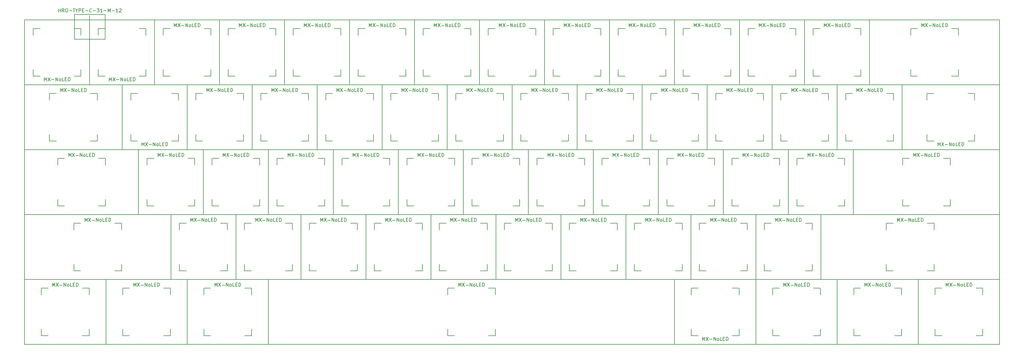
<source format=gbr>
%TF.GenerationSoftware,KiCad,Pcbnew,(5.1.10-1-10_14)*%
%TF.CreationDate,2021-08-25T09:42:14+09:00*%
%TF.ProjectId,pcb,7063622e-6b69-4636-9164-5f7063625858,rev?*%
%TF.SameCoordinates,Original*%
%TF.FileFunction,OtherDrawing,Comment*%
%FSLAX46Y46*%
G04 Gerber Fmt 4.6, Leading zero omitted, Abs format (unit mm)*
G04 Created by KiCad (PCBNEW (5.1.10-1-10_14)) date 2021-08-25 09:42:14*
%MOMM*%
%LPD*%
G01*
G04 APERTURE LIST*
%ADD10C,0.150000*%
G04 APERTURE END LIST*
D10*
%TO.C,MX31*%
X95250000Y-119062500D02*
X95250000Y-100012500D01*
X214312500Y-119062500D02*
X95250000Y-119062500D01*
X214312500Y-100012500D02*
X214312500Y-119062500D01*
X95250000Y-100012500D02*
X214312500Y-100012500D01*
X147781250Y-102537500D02*
X147781250Y-104537500D01*
X149781250Y-102537500D02*
X147781250Y-102537500D01*
X147781250Y-116537500D02*
X149781250Y-116537500D01*
X147781250Y-114537500D02*
X147781250Y-116537500D01*
X161781250Y-116537500D02*
X161781250Y-114537500D01*
X159781250Y-116537500D02*
X161781250Y-116537500D01*
X161781250Y-102537500D02*
X161781250Y-104537500D01*
X159781250Y-102537500D02*
X161781250Y-102537500D01*
%TO.C,REF\u002A\u002A*%
X42832000Y-22474000D02*
X42832000Y-25624000D01*
%TO.C,USB1*%
X38456000Y-29525000D02*
X47396000Y-29525000D01*
X47396000Y-22225000D02*
X47396000Y-29525000D01*
X38456000Y-22225000D02*
X38456000Y-29525000D01*
X38456000Y-22225000D02*
X47396000Y-22225000D01*
%TO.C,MX61*%
X302656250Y-102537500D02*
X304656250Y-102537500D01*
X304656250Y-102537500D02*
X304656250Y-104537500D01*
X302656250Y-116537500D02*
X304656250Y-116537500D01*
X304656250Y-116537500D02*
X304656250Y-114537500D01*
X290656250Y-114537500D02*
X290656250Y-116537500D01*
X290656250Y-116537500D02*
X292656250Y-116537500D01*
X292656250Y-102537500D02*
X290656250Y-102537500D01*
X290656250Y-102537500D02*
X290656250Y-104537500D01*
X285750000Y-100012500D02*
X309562500Y-100012500D01*
X309562500Y-100012500D02*
X309562500Y-119062500D01*
X309562500Y-119062500D02*
X285750000Y-119062500D01*
X285750000Y-119062500D02*
X285750000Y-100012500D01*
%TO.C,MX60*%
X288368750Y-83487500D02*
X290368750Y-83487500D01*
X290368750Y-83487500D02*
X290368750Y-85487500D01*
X288368750Y-97487500D02*
X290368750Y-97487500D01*
X290368750Y-97487500D02*
X290368750Y-95487500D01*
X276368750Y-95487500D02*
X276368750Y-97487500D01*
X276368750Y-97487500D02*
X278368750Y-97487500D01*
X278368750Y-83487500D02*
X276368750Y-83487500D01*
X276368750Y-83487500D02*
X276368750Y-85487500D01*
X257175000Y-80962500D02*
X309562500Y-80962500D01*
X309562500Y-80962500D02*
X309562500Y-100012500D01*
X309562500Y-100012500D02*
X257175000Y-100012500D01*
X257175000Y-100012500D02*
X257175000Y-80962500D01*
%TO.C,MX59*%
X293131250Y-64437500D02*
X295131250Y-64437500D01*
X295131250Y-64437500D02*
X295131250Y-66437500D01*
X293131250Y-78437500D02*
X295131250Y-78437500D01*
X295131250Y-78437500D02*
X295131250Y-76437500D01*
X281131250Y-76437500D02*
X281131250Y-78437500D01*
X281131250Y-78437500D02*
X283131250Y-78437500D01*
X283131250Y-64437500D02*
X281131250Y-64437500D01*
X281131250Y-64437500D02*
X281131250Y-66437500D01*
X266700000Y-61912500D02*
X309562500Y-61912500D01*
X309562500Y-61912500D02*
X309562500Y-80962500D01*
X309562500Y-80962500D02*
X266700000Y-80962500D01*
X266700000Y-80962500D02*
X266700000Y-61912500D01*
%TO.C,MX58*%
X290275000Y-59387500D02*
X288275000Y-59387500D01*
X288275000Y-59387500D02*
X288275000Y-57387500D01*
X290275000Y-45387500D02*
X288275000Y-45387500D01*
X288275000Y-45387500D02*
X288275000Y-47387500D01*
X302275000Y-47387500D02*
X302275000Y-45387500D01*
X302275000Y-45387500D02*
X300275000Y-45387500D01*
X300275000Y-59387500D02*
X302275000Y-59387500D01*
X302275000Y-59387500D02*
X302275000Y-57387500D01*
X309562500Y-61912500D02*
X280987500Y-61912500D01*
X280987500Y-61912500D02*
X280987500Y-42862500D01*
X280987500Y-42862500D02*
X309562500Y-42862500D01*
X309562500Y-42862500D02*
X309562500Y-61912500D01*
%TO.C,MX57*%
X295512500Y-26337500D02*
X297512500Y-26337500D01*
X297512500Y-26337500D02*
X297512500Y-28337500D01*
X295512500Y-40337500D02*
X297512500Y-40337500D01*
X297512500Y-40337500D02*
X297512500Y-38337500D01*
X283512500Y-38337500D02*
X283512500Y-40337500D01*
X283512500Y-40337500D02*
X285512500Y-40337500D01*
X285512500Y-26337500D02*
X283512500Y-26337500D01*
X283512500Y-26337500D02*
X283512500Y-28337500D01*
X271462500Y-23812500D02*
X309562500Y-23812500D01*
X309562500Y-23812500D02*
X309562500Y-42862500D01*
X309562500Y-42862500D02*
X271462500Y-42862500D01*
X271462500Y-42862500D02*
X271462500Y-23812500D01*
%TO.C,MX56*%
X278843750Y-102537500D02*
X280843750Y-102537500D01*
X280843750Y-102537500D02*
X280843750Y-104537500D01*
X278843750Y-116537500D02*
X280843750Y-116537500D01*
X280843750Y-116537500D02*
X280843750Y-114537500D01*
X266843750Y-114537500D02*
X266843750Y-116537500D01*
X266843750Y-116537500D02*
X268843750Y-116537500D01*
X268843750Y-102537500D02*
X266843750Y-102537500D01*
X266843750Y-102537500D02*
X266843750Y-104537500D01*
X261937500Y-100012500D02*
X285750000Y-100012500D01*
X285750000Y-100012500D02*
X285750000Y-119062500D01*
X285750000Y-119062500D02*
X261937500Y-119062500D01*
X261937500Y-119062500D02*
X261937500Y-100012500D01*
%TO.C,MX55*%
X276462500Y-45387500D02*
X278462500Y-45387500D01*
X278462500Y-45387500D02*
X278462500Y-47387500D01*
X276462500Y-59387500D02*
X278462500Y-59387500D01*
X278462500Y-59387500D02*
X278462500Y-57387500D01*
X264462500Y-57387500D02*
X264462500Y-59387500D01*
X264462500Y-59387500D02*
X266462500Y-59387500D01*
X266462500Y-45387500D02*
X264462500Y-45387500D01*
X264462500Y-45387500D02*
X264462500Y-47387500D01*
X261937500Y-42862500D02*
X280987500Y-42862500D01*
X280987500Y-42862500D02*
X280987500Y-61912500D01*
X280987500Y-61912500D02*
X261937500Y-61912500D01*
X261937500Y-61912500D02*
X261937500Y-42862500D01*
%TO.C,MX54*%
X266937500Y-26337500D02*
X268937500Y-26337500D01*
X268937500Y-26337500D02*
X268937500Y-28337500D01*
X266937500Y-40337500D02*
X268937500Y-40337500D01*
X268937500Y-40337500D02*
X268937500Y-38337500D01*
X254937500Y-38337500D02*
X254937500Y-40337500D01*
X254937500Y-40337500D02*
X256937500Y-40337500D01*
X256937500Y-26337500D02*
X254937500Y-26337500D01*
X254937500Y-26337500D02*
X254937500Y-28337500D01*
X252412500Y-23812500D02*
X271462500Y-23812500D01*
X271462500Y-23812500D02*
X271462500Y-42862500D01*
X271462500Y-42862500D02*
X252412500Y-42862500D01*
X252412500Y-42862500D02*
X252412500Y-23812500D01*
%TO.C,MX53*%
X255031250Y-102537500D02*
X257031250Y-102537500D01*
X257031250Y-102537500D02*
X257031250Y-104537500D01*
X255031250Y-116537500D02*
X257031250Y-116537500D01*
X257031250Y-116537500D02*
X257031250Y-114537500D01*
X243031250Y-114537500D02*
X243031250Y-116537500D01*
X243031250Y-116537500D02*
X245031250Y-116537500D01*
X245031250Y-102537500D02*
X243031250Y-102537500D01*
X243031250Y-102537500D02*
X243031250Y-104537500D01*
X238125000Y-100012500D02*
X261937500Y-100012500D01*
X261937500Y-100012500D02*
X261937500Y-119062500D01*
X261937500Y-119062500D02*
X238125000Y-119062500D01*
X238125000Y-119062500D02*
X238125000Y-100012500D01*
%TO.C,MX52*%
X252650000Y-83487500D02*
X254650000Y-83487500D01*
X254650000Y-83487500D02*
X254650000Y-85487500D01*
X252650000Y-97487500D02*
X254650000Y-97487500D01*
X254650000Y-97487500D02*
X254650000Y-95487500D01*
X240650000Y-95487500D02*
X240650000Y-97487500D01*
X240650000Y-97487500D02*
X242650000Y-97487500D01*
X242650000Y-83487500D02*
X240650000Y-83487500D01*
X240650000Y-83487500D02*
X240650000Y-85487500D01*
X238125000Y-80962500D02*
X257175000Y-80962500D01*
X257175000Y-80962500D02*
X257175000Y-100012500D01*
X257175000Y-100012500D02*
X238125000Y-100012500D01*
X238125000Y-100012500D02*
X238125000Y-80962500D01*
%TO.C,MX51*%
X262175000Y-64437500D02*
X264175000Y-64437500D01*
X264175000Y-64437500D02*
X264175000Y-66437500D01*
X262175000Y-78437500D02*
X264175000Y-78437500D01*
X264175000Y-78437500D02*
X264175000Y-76437500D01*
X250175000Y-76437500D02*
X250175000Y-78437500D01*
X250175000Y-78437500D02*
X252175000Y-78437500D01*
X252175000Y-64437500D02*
X250175000Y-64437500D01*
X250175000Y-64437500D02*
X250175000Y-66437500D01*
X247650000Y-61912500D02*
X266700000Y-61912500D01*
X266700000Y-61912500D02*
X266700000Y-80962500D01*
X266700000Y-80962500D02*
X247650000Y-80962500D01*
X247650000Y-80962500D02*
X247650000Y-61912500D01*
%TO.C,MX50*%
X257412500Y-45387500D02*
X259412500Y-45387500D01*
X259412500Y-45387500D02*
X259412500Y-47387500D01*
X257412500Y-59387500D02*
X259412500Y-59387500D01*
X259412500Y-59387500D02*
X259412500Y-57387500D01*
X245412500Y-57387500D02*
X245412500Y-59387500D01*
X245412500Y-59387500D02*
X247412500Y-59387500D01*
X247412500Y-45387500D02*
X245412500Y-45387500D01*
X245412500Y-45387500D02*
X245412500Y-47387500D01*
X242887500Y-42862500D02*
X261937500Y-42862500D01*
X261937500Y-42862500D02*
X261937500Y-61912500D01*
X261937500Y-61912500D02*
X242887500Y-61912500D01*
X242887500Y-61912500D02*
X242887500Y-42862500D01*
%TO.C,MX49*%
X247887500Y-26337500D02*
X249887500Y-26337500D01*
X249887500Y-26337500D02*
X249887500Y-28337500D01*
X247887500Y-40337500D02*
X249887500Y-40337500D01*
X249887500Y-40337500D02*
X249887500Y-38337500D01*
X235887500Y-38337500D02*
X235887500Y-40337500D01*
X235887500Y-40337500D02*
X237887500Y-40337500D01*
X237887500Y-26337500D02*
X235887500Y-26337500D01*
X235887500Y-26337500D02*
X235887500Y-28337500D01*
X233362500Y-23812500D02*
X252412500Y-23812500D01*
X252412500Y-23812500D02*
X252412500Y-42862500D01*
X252412500Y-42862500D02*
X233362500Y-42862500D01*
X233362500Y-42862500D02*
X233362500Y-23812500D01*
%TO.C,MX48*%
X221218750Y-116537500D02*
X219218750Y-116537500D01*
X219218750Y-116537500D02*
X219218750Y-114537500D01*
X221218750Y-102537500D02*
X219218750Y-102537500D01*
X219218750Y-102537500D02*
X219218750Y-104537500D01*
X233218750Y-104537500D02*
X233218750Y-102537500D01*
X233218750Y-102537500D02*
X231218750Y-102537500D01*
X231218750Y-116537500D02*
X233218750Y-116537500D01*
X233218750Y-116537500D02*
X233218750Y-114537500D01*
X238125000Y-119062500D02*
X214312500Y-119062500D01*
X214312500Y-119062500D02*
X214312500Y-100012500D01*
X214312500Y-100012500D02*
X238125000Y-100012500D01*
X238125000Y-100012500D02*
X238125000Y-119062500D01*
%TO.C,MX47*%
X233600000Y-83487500D02*
X235600000Y-83487500D01*
X235600000Y-83487500D02*
X235600000Y-85487500D01*
X233600000Y-97487500D02*
X235600000Y-97487500D01*
X235600000Y-97487500D02*
X235600000Y-95487500D01*
X221600000Y-95487500D02*
X221600000Y-97487500D01*
X221600000Y-97487500D02*
X223600000Y-97487500D01*
X223600000Y-83487500D02*
X221600000Y-83487500D01*
X221600000Y-83487500D02*
X221600000Y-85487500D01*
X219075000Y-80962500D02*
X238125000Y-80962500D01*
X238125000Y-80962500D02*
X238125000Y-100012500D01*
X238125000Y-100012500D02*
X219075000Y-100012500D01*
X219075000Y-100012500D02*
X219075000Y-80962500D01*
%TO.C,MX46*%
X243125000Y-64437500D02*
X245125000Y-64437500D01*
X245125000Y-64437500D02*
X245125000Y-66437500D01*
X243125000Y-78437500D02*
X245125000Y-78437500D01*
X245125000Y-78437500D02*
X245125000Y-76437500D01*
X231125000Y-76437500D02*
X231125000Y-78437500D01*
X231125000Y-78437500D02*
X233125000Y-78437500D01*
X233125000Y-64437500D02*
X231125000Y-64437500D01*
X231125000Y-64437500D02*
X231125000Y-66437500D01*
X228600000Y-61912500D02*
X247650000Y-61912500D01*
X247650000Y-61912500D02*
X247650000Y-80962500D01*
X247650000Y-80962500D02*
X228600000Y-80962500D01*
X228600000Y-80962500D02*
X228600000Y-61912500D01*
%TO.C,MX45*%
X238362500Y-45387500D02*
X240362500Y-45387500D01*
X240362500Y-45387500D02*
X240362500Y-47387500D01*
X238362500Y-59387500D02*
X240362500Y-59387500D01*
X240362500Y-59387500D02*
X240362500Y-57387500D01*
X226362500Y-57387500D02*
X226362500Y-59387500D01*
X226362500Y-59387500D02*
X228362500Y-59387500D01*
X228362500Y-45387500D02*
X226362500Y-45387500D01*
X226362500Y-45387500D02*
X226362500Y-47387500D01*
X223837500Y-42862500D02*
X242887500Y-42862500D01*
X242887500Y-42862500D02*
X242887500Y-61912500D01*
X242887500Y-61912500D02*
X223837500Y-61912500D01*
X223837500Y-61912500D02*
X223837500Y-42862500D01*
%TO.C,MX44*%
X228837500Y-26337500D02*
X230837500Y-26337500D01*
X230837500Y-26337500D02*
X230837500Y-28337500D01*
X228837500Y-40337500D02*
X230837500Y-40337500D01*
X230837500Y-40337500D02*
X230837500Y-38337500D01*
X216837500Y-38337500D02*
X216837500Y-40337500D01*
X216837500Y-40337500D02*
X218837500Y-40337500D01*
X218837500Y-26337500D02*
X216837500Y-26337500D01*
X216837500Y-26337500D02*
X216837500Y-28337500D01*
X214312500Y-23812500D02*
X233362500Y-23812500D01*
X233362500Y-23812500D02*
X233362500Y-42862500D01*
X233362500Y-42862500D02*
X214312500Y-42862500D01*
X214312500Y-42862500D02*
X214312500Y-23812500D01*
%TO.C,MX43*%
X214550000Y-83487500D02*
X216550000Y-83487500D01*
X216550000Y-83487500D02*
X216550000Y-85487500D01*
X214550000Y-97487500D02*
X216550000Y-97487500D01*
X216550000Y-97487500D02*
X216550000Y-95487500D01*
X202550000Y-95487500D02*
X202550000Y-97487500D01*
X202550000Y-97487500D02*
X204550000Y-97487500D01*
X204550000Y-83487500D02*
X202550000Y-83487500D01*
X202550000Y-83487500D02*
X202550000Y-85487500D01*
X200025000Y-80962500D02*
X219075000Y-80962500D01*
X219075000Y-80962500D02*
X219075000Y-100012500D01*
X219075000Y-100012500D02*
X200025000Y-100012500D01*
X200025000Y-100012500D02*
X200025000Y-80962500D01*
%TO.C,MX42*%
X224075000Y-64437500D02*
X226075000Y-64437500D01*
X226075000Y-64437500D02*
X226075000Y-66437500D01*
X224075000Y-78437500D02*
X226075000Y-78437500D01*
X226075000Y-78437500D02*
X226075000Y-76437500D01*
X212075000Y-76437500D02*
X212075000Y-78437500D01*
X212075000Y-78437500D02*
X214075000Y-78437500D01*
X214075000Y-64437500D02*
X212075000Y-64437500D01*
X212075000Y-64437500D02*
X212075000Y-66437500D01*
X209550000Y-61912500D02*
X228600000Y-61912500D01*
X228600000Y-61912500D02*
X228600000Y-80962500D01*
X228600000Y-80962500D02*
X209550000Y-80962500D01*
X209550000Y-80962500D02*
X209550000Y-61912500D01*
%TO.C,MX41*%
X219312500Y-45387500D02*
X221312500Y-45387500D01*
X221312500Y-45387500D02*
X221312500Y-47387500D01*
X219312500Y-59387500D02*
X221312500Y-59387500D01*
X221312500Y-59387500D02*
X221312500Y-57387500D01*
X207312500Y-57387500D02*
X207312500Y-59387500D01*
X207312500Y-59387500D02*
X209312500Y-59387500D01*
X209312500Y-45387500D02*
X207312500Y-45387500D01*
X207312500Y-45387500D02*
X207312500Y-47387500D01*
X204787500Y-42862500D02*
X223837500Y-42862500D01*
X223837500Y-42862500D02*
X223837500Y-61912500D01*
X223837500Y-61912500D02*
X204787500Y-61912500D01*
X204787500Y-61912500D02*
X204787500Y-42862500D01*
%TO.C,MX40*%
X209787500Y-26337500D02*
X211787500Y-26337500D01*
X211787500Y-26337500D02*
X211787500Y-28337500D01*
X209787500Y-40337500D02*
X211787500Y-40337500D01*
X211787500Y-40337500D02*
X211787500Y-38337500D01*
X197787500Y-38337500D02*
X197787500Y-40337500D01*
X197787500Y-40337500D02*
X199787500Y-40337500D01*
X199787500Y-26337500D02*
X197787500Y-26337500D01*
X197787500Y-26337500D02*
X197787500Y-28337500D01*
X195262500Y-23812500D02*
X214312500Y-23812500D01*
X214312500Y-23812500D02*
X214312500Y-42862500D01*
X214312500Y-42862500D02*
X195262500Y-42862500D01*
X195262500Y-42862500D02*
X195262500Y-23812500D01*
%TO.C,MX39*%
X195500000Y-83487500D02*
X197500000Y-83487500D01*
X197500000Y-83487500D02*
X197500000Y-85487500D01*
X195500000Y-97487500D02*
X197500000Y-97487500D01*
X197500000Y-97487500D02*
X197500000Y-95487500D01*
X183500000Y-95487500D02*
X183500000Y-97487500D01*
X183500000Y-97487500D02*
X185500000Y-97487500D01*
X185500000Y-83487500D02*
X183500000Y-83487500D01*
X183500000Y-83487500D02*
X183500000Y-85487500D01*
X180975000Y-80962500D02*
X200025000Y-80962500D01*
X200025000Y-80962500D02*
X200025000Y-100012500D01*
X200025000Y-100012500D02*
X180975000Y-100012500D01*
X180975000Y-100012500D02*
X180975000Y-80962500D01*
%TO.C,MX38*%
X205025000Y-64437500D02*
X207025000Y-64437500D01*
X207025000Y-64437500D02*
X207025000Y-66437500D01*
X205025000Y-78437500D02*
X207025000Y-78437500D01*
X207025000Y-78437500D02*
X207025000Y-76437500D01*
X193025000Y-76437500D02*
X193025000Y-78437500D01*
X193025000Y-78437500D02*
X195025000Y-78437500D01*
X195025000Y-64437500D02*
X193025000Y-64437500D01*
X193025000Y-64437500D02*
X193025000Y-66437500D01*
X190500000Y-61912500D02*
X209550000Y-61912500D01*
X209550000Y-61912500D02*
X209550000Y-80962500D01*
X209550000Y-80962500D02*
X190500000Y-80962500D01*
X190500000Y-80962500D02*
X190500000Y-61912500D01*
%TO.C,MX37*%
X200262500Y-45387500D02*
X202262500Y-45387500D01*
X202262500Y-45387500D02*
X202262500Y-47387500D01*
X200262500Y-59387500D02*
X202262500Y-59387500D01*
X202262500Y-59387500D02*
X202262500Y-57387500D01*
X188262500Y-57387500D02*
X188262500Y-59387500D01*
X188262500Y-59387500D02*
X190262500Y-59387500D01*
X190262500Y-45387500D02*
X188262500Y-45387500D01*
X188262500Y-45387500D02*
X188262500Y-47387500D01*
X185737500Y-42862500D02*
X204787500Y-42862500D01*
X204787500Y-42862500D02*
X204787500Y-61912500D01*
X204787500Y-61912500D02*
X185737500Y-61912500D01*
X185737500Y-61912500D02*
X185737500Y-42862500D01*
%TO.C,MX36*%
X190737500Y-26337500D02*
X192737500Y-26337500D01*
X192737500Y-26337500D02*
X192737500Y-28337500D01*
X190737500Y-40337500D02*
X192737500Y-40337500D01*
X192737500Y-40337500D02*
X192737500Y-38337500D01*
X178737500Y-38337500D02*
X178737500Y-40337500D01*
X178737500Y-40337500D02*
X180737500Y-40337500D01*
X180737500Y-26337500D02*
X178737500Y-26337500D01*
X178737500Y-26337500D02*
X178737500Y-28337500D01*
X176212500Y-23812500D02*
X195262500Y-23812500D01*
X195262500Y-23812500D02*
X195262500Y-42862500D01*
X195262500Y-42862500D02*
X176212500Y-42862500D01*
X176212500Y-42862500D02*
X176212500Y-23812500D01*
%TO.C,MX35*%
X176450000Y-83487500D02*
X178450000Y-83487500D01*
X178450000Y-83487500D02*
X178450000Y-85487500D01*
X176450000Y-97487500D02*
X178450000Y-97487500D01*
X178450000Y-97487500D02*
X178450000Y-95487500D01*
X164450000Y-95487500D02*
X164450000Y-97487500D01*
X164450000Y-97487500D02*
X166450000Y-97487500D01*
X166450000Y-83487500D02*
X164450000Y-83487500D01*
X164450000Y-83487500D02*
X164450000Y-85487500D01*
X161925000Y-80962500D02*
X180975000Y-80962500D01*
X180975000Y-80962500D02*
X180975000Y-100012500D01*
X180975000Y-100012500D02*
X161925000Y-100012500D01*
X161925000Y-100012500D02*
X161925000Y-80962500D01*
%TO.C,MX34*%
X185975000Y-64437500D02*
X187975000Y-64437500D01*
X187975000Y-64437500D02*
X187975000Y-66437500D01*
X185975000Y-78437500D02*
X187975000Y-78437500D01*
X187975000Y-78437500D02*
X187975000Y-76437500D01*
X173975000Y-76437500D02*
X173975000Y-78437500D01*
X173975000Y-78437500D02*
X175975000Y-78437500D01*
X175975000Y-64437500D02*
X173975000Y-64437500D01*
X173975000Y-64437500D02*
X173975000Y-66437500D01*
X171450000Y-61912500D02*
X190500000Y-61912500D01*
X190500000Y-61912500D02*
X190500000Y-80962500D01*
X190500000Y-80962500D02*
X171450000Y-80962500D01*
X171450000Y-80962500D02*
X171450000Y-61912500D01*
%TO.C,MX33*%
X181212500Y-45387500D02*
X183212500Y-45387500D01*
X183212500Y-45387500D02*
X183212500Y-47387500D01*
X181212500Y-59387500D02*
X183212500Y-59387500D01*
X183212500Y-59387500D02*
X183212500Y-57387500D01*
X169212500Y-57387500D02*
X169212500Y-59387500D01*
X169212500Y-59387500D02*
X171212500Y-59387500D01*
X171212500Y-45387500D02*
X169212500Y-45387500D01*
X169212500Y-45387500D02*
X169212500Y-47387500D01*
X166687500Y-42862500D02*
X185737500Y-42862500D01*
X185737500Y-42862500D02*
X185737500Y-61912500D01*
X185737500Y-61912500D02*
X166687500Y-61912500D01*
X166687500Y-61912500D02*
X166687500Y-42862500D01*
%TO.C,MX32*%
X171687500Y-26337500D02*
X173687500Y-26337500D01*
X173687500Y-26337500D02*
X173687500Y-28337500D01*
X171687500Y-40337500D02*
X173687500Y-40337500D01*
X173687500Y-40337500D02*
X173687500Y-38337500D01*
X159687500Y-38337500D02*
X159687500Y-40337500D01*
X159687500Y-40337500D02*
X161687500Y-40337500D01*
X161687500Y-26337500D02*
X159687500Y-26337500D01*
X159687500Y-26337500D02*
X159687500Y-28337500D01*
X157162500Y-23812500D02*
X176212500Y-23812500D01*
X176212500Y-23812500D02*
X176212500Y-42862500D01*
X176212500Y-42862500D02*
X157162500Y-42862500D01*
X157162500Y-42862500D02*
X157162500Y-23812500D01*
%TO.C,MX30*%
X157400000Y-83487500D02*
X159400000Y-83487500D01*
X159400000Y-83487500D02*
X159400000Y-85487500D01*
X157400000Y-97487500D02*
X159400000Y-97487500D01*
X159400000Y-97487500D02*
X159400000Y-95487500D01*
X145400000Y-95487500D02*
X145400000Y-97487500D01*
X145400000Y-97487500D02*
X147400000Y-97487500D01*
X147400000Y-83487500D02*
X145400000Y-83487500D01*
X145400000Y-83487500D02*
X145400000Y-85487500D01*
X142875000Y-80962500D02*
X161925000Y-80962500D01*
X161925000Y-80962500D02*
X161925000Y-100012500D01*
X161925000Y-100012500D02*
X142875000Y-100012500D01*
X142875000Y-100012500D02*
X142875000Y-80962500D01*
%TO.C,MX29*%
X166925000Y-64437500D02*
X168925000Y-64437500D01*
X168925000Y-64437500D02*
X168925000Y-66437500D01*
X166925000Y-78437500D02*
X168925000Y-78437500D01*
X168925000Y-78437500D02*
X168925000Y-76437500D01*
X154925000Y-76437500D02*
X154925000Y-78437500D01*
X154925000Y-78437500D02*
X156925000Y-78437500D01*
X156925000Y-64437500D02*
X154925000Y-64437500D01*
X154925000Y-64437500D02*
X154925000Y-66437500D01*
X152400000Y-61912500D02*
X171450000Y-61912500D01*
X171450000Y-61912500D02*
X171450000Y-80962500D01*
X171450000Y-80962500D02*
X152400000Y-80962500D01*
X152400000Y-80962500D02*
X152400000Y-61912500D01*
%TO.C,MX28*%
X162162500Y-45387500D02*
X164162500Y-45387500D01*
X164162500Y-45387500D02*
X164162500Y-47387500D01*
X162162500Y-59387500D02*
X164162500Y-59387500D01*
X164162500Y-59387500D02*
X164162500Y-57387500D01*
X150162500Y-57387500D02*
X150162500Y-59387500D01*
X150162500Y-59387500D02*
X152162500Y-59387500D01*
X152162500Y-45387500D02*
X150162500Y-45387500D01*
X150162500Y-45387500D02*
X150162500Y-47387500D01*
X147637500Y-42862500D02*
X166687500Y-42862500D01*
X166687500Y-42862500D02*
X166687500Y-61912500D01*
X166687500Y-61912500D02*
X147637500Y-61912500D01*
X147637500Y-61912500D02*
X147637500Y-42862500D01*
%TO.C,MX27*%
X152637500Y-26337500D02*
X154637500Y-26337500D01*
X154637500Y-26337500D02*
X154637500Y-28337500D01*
X152637500Y-40337500D02*
X154637500Y-40337500D01*
X154637500Y-40337500D02*
X154637500Y-38337500D01*
X140637500Y-38337500D02*
X140637500Y-40337500D01*
X140637500Y-40337500D02*
X142637500Y-40337500D01*
X142637500Y-26337500D02*
X140637500Y-26337500D01*
X140637500Y-26337500D02*
X140637500Y-28337500D01*
X138112500Y-23812500D02*
X157162500Y-23812500D01*
X157162500Y-23812500D02*
X157162500Y-42862500D01*
X157162500Y-42862500D02*
X138112500Y-42862500D01*
X138112500Y-42862500D02*
X138112500Y-23812500D01*
%TO.C,MX26*%
X138350000Y-83487500D02*
X140350000Y-83487500D01*
X140350000Y-83487500D02*
X140350000Y-85487500D01*
X138350000Y-97487500D02*
X140350000Y-97487500D01*
X140350000Y-97487500D02*
X140350000Y-95487500D01*
X126350000Y-95487500D02*
X126350000Y-97487500D01*
X126350000Y-97487500D02*
X128350000Y-97487500D01*
X128350000Y-83487500D02*
X126350000Y-83487500D01*
X126350000Y-83487500D02*
X126350000Y-85487500D01*
X123825000Y-80962500D02*
X142875000Y-80962500D01*
X142875000Y-80962500D02*
X142875000Y-100012500D01*
X142875000Y-100012500D02*
X123825000Y-100012500D01*
X123825000Y-100012500D02*
X123825000Y-80962500D01*
%TO.C,MX25*%
X147875000Y-64437500D02*
X149875000Y-64437500D01*
X149875000Y-64437500D02*
X149875000Y-66437500D01*
X147875000Y-78437500D02*
X149875000Y-78437500D01*
X149875000Y-78437500D02*
X149875000Y-76437500D01*
X135875000Y-76437500D02*
X135875000Y-78437500D01*
X135875000Y-78437500D02*
X137875000Y-78437500D01*
X137875000Y-64437500D02*
X135875000Y-64437500D01*
X135875000Y-64437500D02*
X135875000Y-66437500D01*
X133350000Y-61912500D02*
X152400000Y-61912500D01*
X152400000Y-61912500D02*
X152400000Y-80962500D01*
X152400000Y-80962500D02*
X133350000Y-80962500D01*
X133350000Y-80962500D02*
X133350000Y-61912500D01*
%TO.C,MX24*%
X143112500Y-45387500D02*
X145112500Y-45387500D01*
X145112500Y-45387500D02*
X145112500Y-47387500D01*
X143112500Y-59387500D02*
X145112500Y-59387500D01*
X145112500Y-59387500D02*
X145112500Y-57387500D01*
X131112500Y-57387500D02*
X131112500Y-59387500D01*
X131112500Y-59387500D02*
X133112500Y-59387500D01*
X133112500Y-45387500D02*
X131112500Y-45387500D01*
X131112500Y-45387500D02*
X131112500Y-47387500D01*
X128587500Y-42862500D02*
X147637500Y-42862500D01*
X147637500Y-42862500D02*
X147637500Y-61912500D01*
X147637500Y-61912500D02*
X128587500Y-61912500D01*
X128587500Y-61912500D02*
X128587500Y-42862500D01*
%TO.C,MX23*%
X133587500Y-26337500D02*
X135587500Y-26337500D01*
X135587500Y-26337500D02*
X135587500Y-28337500D01*
X133587500Y-40337500D02*
X135587500Y-40337500D01*
X135587500Y-40337500D02*
X135587500Y-38337500D01*
X121587500Y-38337500D02*
X121587500Y-40337500D01*
X121587500Y-40337500D02*
X123587500Y-40337500D01*
X123587500Y-26337500D02*
X121587500Y-26337500D01*
X121587500Y-26337500D02*
X121587500Y-28337500D01*
X119062500Y-23812500D02*
X138112500Y-23812500D01*
X138112500Y-23812500D02*
X138112500Y-42862500D01*
X138112500Y-42862500D02*
X119062500Y-42862500D01*
X119062500Y-42862500D02*
X119062500Y-23812500D01*
%TO.C,MX22*%
X119300000Y-83487500D02*
X121300000Y-83487500D01*
X121300000Y-83487500D02*
X121300000Y-85487500D01*
X119300000Y-97487500D02*
X121300000Y-97487500D01*
X121300000Y-97487500D02*
X121300000Y-95487500D01*
X107300000Y-95487500D02*
X107300000Y-97487500D01*
X107300000Y-97487500D02*
X109300000Y-97487500D01*
X109300000Y-83487500D02*
X107300000Y-83487500D01*
X107300000Y-83487500D02*
X107300000Y-85487500D01*
X104775000Y-80962500D02*
X123825000Y-80962500D01*
X123825000Y-80962500D02*
X123825000Y-100012500D01*
X123825000Y-100012500D02*
X104775000Y-100012500D01*
X104775000Y-100012500D02*
X104775000Y-80962500D01*
%TO.C,MX21*%
X128825000Y-64437500D02*
X130825000Y-64437500D01*
X130825000Y-64437500D02*
X130825000Y-66437500D01*
X128825000Y-78437500D02*
X130825000Y-78437500D01*
X130825000Y-78437500D02*
X130825000Y-76437500D01*
X116825000Y-76437500D02*
X116825000Y-78437500D01*
X116825000Y-78437500D02*
X118825000Y-78437500D01*
X118825000Y-64437500D02*
X116825000Y-64437500D01*
X116825000Y-64437500D02*
X116825000Y-66437500D01*
X114300000Y-61912500D02*
X133350000Y-61912500D01*
X133350000Y-61912500D02*
X133350000Y-80962500D01*
X133350000Y-80962500D02*
X114300000Y-80962500D01*
X114300000Y-80962500D02*
X114300000Y-61912500D01*
%TO.C,MX20*%
X124062500Y-45387500D02*
X126062500Y-45387500D01*
X126062500Y-45387500D02*
X126062500Y-47387500D01*
X124062500Y-59387500D02*
X126062500Y-59387500D01*
X126062500Y-59387500D02*
X126062500Y-57387500D01*
X112062500Y-57387500D02*
X112062500Y-59387500D01*
X112062500Y-59387500D02*
X114062500Y-59387500D01*
X114062500Y-45387500D02*
X112062500Y-45387500D01*
X112062500Y-45387500D02*
X112062500Y-47387500D01*
X109537500Y-42862500D02*
X128587500Y-42862500D01*
X128587500Y-42862500D02*
X128587500Y-61912500D01*
X128587500Y-61912500D02*
X109537500Y-61912500D01*
X109537500Y-61912500D02*
X109537500Y-42862500D01*
%TO.C,MX19*%
X114537500Y-26337500D02*
X116537500Y-26337500D01*
X116537500Y-26337500D02*
X116537500Y-28337500D01*
X114537500Y-40337500D02*
X116537500Y-40337500D01*
X116537500Y-40337500D02*
X116537500Y-38337500D01*
X102537500Y-38337500D02*
X102537500Y-40337500D01*
X102537500Y-40337500D02*
X104537500Y-40337500D01*
X104537500Y-26337500D02*
X102537500Y-26337500D01*
X102537500Y-26337500D02*
X102537500Y-28337500D01*
X100012500Y-23812500D02*
X119062500Y-23812500D01*
X119062500Y-23812500D02*
X119062500Y-42862500D01*
X119062500Y-42862500D02*
X100012500Y-42862500D01*
X100012500Y-42862500D02*
X100012500Y-23812500D01*
%TO.C,MX18*%
X100250000Y-83487500D02*
X102250000Y-83487500D01*
X102250000Y-83487500D02*
X102250000Y-85487500D01*
X100250000Y-97487500D02*
X102250000Y-97487500D01*
X102250000Y-97487500D02*
X102250000Y-95487500D01*
X88250000Y-95487500D02*
X88250000Y-97487500D01*
X88250000Y-97487500D02*
X90250000Y-97487500D01*
X90250000Y-83487500D02*
X88250000Y-83487500D01*
X88250000Y-83487500D02*
X88250000Y-85487500D01*
X85725000Y-80962500D02*
X104775000Y-80962500D01*
X104775000Y-80962500D02*
X104775000Y-100012500D01*
X104775000Y-100012500D02*
X85725000Y-100012500D01*
X85725000Y-100012500D02*
X85725000Y-80962500D01*
%TO.C,MX17*%
X109775000Y-64437500D02*
X111775000Y-64437500D01*
X111775000Y-64437500D02*
X111775000Y-66437500D01*
X109775000Y-78437500D02*
X111775000Y-78437500D01*
X111775000Y-78437500D02*
X111775000Y-76437500D01*
X97775000Y-76437500D02*
X97775000Y-78437500D01*
X97775000Y-78437500D02*
X99775000Y-78437500D01*
X99775000Y-64437500D02*
X97775000Y-64437500D01*
X97775000Y-64437500D02*
X97775000Y-66437500D01*
X95250000Y-61912500D02*
X114300000Y-61912500D01*
X114300000Y-61912500D02*
X114300000Y-80962500D01*
X114300000Y-80962500D02*
X95250000Y-80962500D01*
X95250000Y-80962500D02*
X95250000Y-61912500D01*
%TO.C,MX16*%
X105012500Y-45387500D02*
X107012500Y-45387500D01*
X107012500Y-45387500D02*
X107012500Y-47387500D01*
X105012500Y-59387500D02*
X107012500Y-59387500D01*
X107012500Y-59387500D02*
X107012500Y-57387500D01*
X93012500Y-57387500D02*
X93012500Y-59387500D01*
X93012500Y-59387500D02*
X95012500Y-59387500D01*
X95012500Y-45387500D02*
X93012500Y-45387500D01*
X93012500Y-45387500D02*
X93012500Y-47387500D01*
X90487500Y-42862500D02*
X109537500Y-42862500D01*
X109537500Y-42862500D02*
X109537500Y-61912500D01*
X109537500Y-61912500D02*
X90487500Y-61912500D01*
X90487500Y-61912500D02*
X90487500Y-42862500D01*
%TO.C,MX15*%
X95487500Y-26337500D02*
X97487500Y-26337500D01*
X97487500Y-26337500D02*
X97487500Y-28337500D01*
X95487500Y-40337500D02*
X97487500Y-40337500D01*
X97487500Y-40337500D02*
X97487500Y-38337500D01*
X83487500Y-38337500D02*
X83487500Y-40337500D01*
X83487500Y-40337500D02*
X85487500Y-40337500D01*
X85487500Y-26337500D02*
X83487500Y-26337500D01*
X83487500Y-26337500D02*
X83487500Y-28337500D01*
X80962500Y-23812500D02*
X100012500Y-23812500D01*
X100012500Y-23812500D02*
X100012500Y-42862500D01*
X100012500Y-42862500D02*
X80962500Y-42862500D01*
X80962500Y-42862500D02*
X80962500Y-23812500D01*
%TO.C,MX14*%
X88343750Y-102537500D02*
X90343750Y-102537500D01*
X90343750Y-102537500D02*
X90343750Y-104537500D01*
X88343750Y-116537500D02*
X90343750Y-116537500D01*
X90343750Y-116537500D02*
X90343750Y-114537500D01*
X76343750Y-114537500D02*
X76343750Y-116537500D01*
X76343750Y-116537500D02*
X78343750Y-116537500D01*
X78343750Y-102537500D02*
X76343750Y-102537500D01*
X76343750Y-102537500D02*
X76343750Y-104537500D01*
X71437500Y-100012500D02*
X95250000Y-100012500D01*
X95250000Y-100012500D02*
X95250000Y-119062500D01*
X95250000Y-119062500D02*
X71437500Y-119062500D01*
X71437500Y-119062500D02*
X71437500Y-100012500D01*
%TO.C,MX13*%
X81200000Y-83487500D02*
X83200000Y-83487500D01*
X83200000Y-83487500D02*
X83200000Y-85487500D01*
X81200000Y-97487500D02*
X83200000Y-97487500D01*
X83200000Y-97487500D02*
X83200000Y-95487500D01*
X69200000Y-95487500D02*
X69200000Y-97487500D01*
X69200000Y-97487500D02*
X71200000Y-97487500D01*
X71200000Y-83487500D02*
X69200000Y-83487500D01*
X69200000Y-83487500D02*
X69200000Y-85487500D01*
X66675000Y-80962500D02*
X85725000Y-80962500D01*
X85725000Y-80962500D02*
X85725000Y-100012500D01*
X85725000Y-100012500D02*
X66675000Y-100012500D01*
X66675000Y-100012500D02*
X66675000Y-80962500D01*
%TO.C,MX12*%
X90725000Y-64437500D02*
X92725000Y-64437500D01*
X92725000Y-64437500D02*
X92725000Y-66437500D01*
X90725000Y-78437500D02*
X92725000Y-78437500D01*
X92725000Y-78437500D02*
X92725000Y-76437500D01*
X78725000Y-76437500D02*
X78725000Y-78437500D01*
X78725000Y-78437500D02*
X80725000Y-78437500D01*
X80725000Y-64437500D02*
X78725000Y-64437500D01*
X78725000Y-64437500D02*
X78725000Y-66437500D01*
X76200000Y-61912500D02*
X95250000Y-61912500D01*
X95250000Y-61912500D02*
X95250000Y-80962500D01*
X95250000Y-80962500D02*
X76200000Y-80962500D01*
X76200000Y-80962500D02*
X76200000Y-61912500D01*
%TO.C,MX11*%
X85962500Y-45387500D02*
X87962500Y-45387500D01*
X87962500Y-45387500D02*
X87962500Y-47387500D01*
X85962500Y-59387500D02*
X87962500Y-59387500D01*
X87962500Y-59387500D02*
X87962500Y-57387500D01*
X73962500Y-57387500D02*
X73962500Y-59387500D01*
X73962500Y-59387500D02*
X75962500Y-59387500D01*
X75962500Y-45387500D02*
X73962500Y-45387500D01*
X73962500Y-45387500D02*
X73962500Y-47387500D01*
X71437500Y-42862500D02*
X90487500Y-42862500D01*
X90487500Y-42862500D02*
X90487500Y-61912500D01*
X90487500Y-61912500D02*
X71437500Y-61912500D01*
X71437500Y-61912500D02*
X71437500Y-42862500D01*
%TO.C,MX10*%
X76437500Y-26337500D02*
X78437500Y-26337500D01*
X78437500Y-26337500D02*
X78437500Y-28337500D01*
X76437500Y-40337500D02*
X78437500Y-40337500D01*
X78437500Y-40337500D02*
X78437500Y-38337500D01*
X64437500Y-38337500D02*
X64437500Y-40337500D01*
X64437500Y-40337500D02*
X66437500Y-40337500D01*
X66437500Y-26337500D02*
X64437500Y-26337500D01*
X64437500Y-26337500D02*
X64437500Y-28337500D01*
X61912500Y-23812500D02*
X80962500Y-23812500D01*
X80962500Y-23812500D02*
X80962500Y-42862500D01*
X80962500Y-42862500D02*
X61912500Y-42862500D01*
X61912500Y-42862500D02*
X61912500Y-23812500D01*
%TO.C,MX9*%
X64531250Y-102537500D02*
X66531250Y-102537500D01*
X66531250Y-102537500D02*
X66531250Y-104537500D01*
X64531250Y-116537500D02*
X66531250Y-116537500D01*
X66531250Y-116537500D02*
X66531250Y-114537500D01*
X52531250Y-114537500D02*
X52531250Y-116537500D01*
X52531250Y-116537500D02*
X54531250Y-116537500D01*
X54531250Y-102537500D02*
X52531250Y-102537500D01*
X52531250Y-102537500D02*
X52531250Y-104537500D01*
X47625000Y-100012500D02*
X71437500Y-100012500D01*
X71437500Y-100012500D02*
X71437500Y-119062500D01*
X71437500Y-119062500D02*
X47625000Y-119062500D01*
X47625000Y-119062500D02*
X47625000Y-100012500D01*
%TO.C,MX8*%
X71675000Y-64437500D02*
X73675000Y-64437500D01*
X73675000Y-64437500D02*
X73675000Y-66437500D01*
X71675000Y-78437500D02*
X73675000Y-78437500D01*
X73675000Y-78437500D02*
X73675000Y-76437500D01*
X59675000Y-76437500D02*
X59675000Y-78437500D01*
X59675000Y-78437500D02*
X61675000Y-78437500D01*
X61675000Y-64437500D02*
X59675000Y-64437500D01*
X59675000Y-64437500D02*
X59675000Y-66437500D01*
X57150000Y-61912500D02*
X76200000Y-61912500D01*
X76200000Y-61912500D02*
X76200000Y-80962500D01*
X76200000Y-80962500D02*
X57150000Y-80962500D01*
X57150000Y-80962500D02*
X57150000Y-61912500D01*
%TO.C,MX7*%
X56912500Y-59387500D02*
X54912500Y-59387500D01*
X54912500Y-59387500D02*
X54912500Y-57387500D01*
X56912500Y-45387500D02*
X54912500Y-45387500D01*
X54912500Y-45387500D02*
X54912500Y-47387500D01*
X68912500Y-47387500D02*
X68912500Y-45387500D01*
X68912500Y-45387500D02*
X66912500Y-45387500D01*
X66912500Y-59387500D02*
X68912500Y-59387500D01*
X68912500Y-59387500D02*
X68912500Y-57387500D01*
X71437500Y-61912500D02*
X52387500Y-61912500D01*
X52387500Y-61912500D02*
X52387500Y-42862500D01*
X52387500Y-42862500D02*
X71437500Y-42862500D01*
X71437500Y-42862500D02*
X71437500Y-61912500D01*
%TO.C,MX6*%
X47387500Y-40337500D02*
X45387500Y-40337500D01*
X45387500Y-40337500D02*
X45387500Y-38337500D01*
X47387500Y-26337500D02*
X45387500Y-26337500D01*
X45387500Y-26337500D02*
X45387500Y-28337500D01*
X59387500Y-28337500D02*
X59387500Y-26337500D01*
X59387500Y-26337500D02*
X57387500Y-26337500D01*
X57387500Y-40337500D02*
X59387500Y-40337500D01*
X59387500Y-40337500D02*
X59387500Y-38337500D01*
X61912500Y-42862500D02*
X42862500Y-42862500D01*
X42862500Y-42862500D02*
X42862500Y-23812500D01*
X42862500Y-23812500D02*
X61912500Y-23812500D01*
X61912500Y-23812500D02*
X61912500Y-42862500D01*
%TO.C,MX5*%
X40718750Y-102537500D02*
X42718750Y-102537500D01*
X42718750Y-102537500D02*
X42718750Y-104537500D01*
X40718750Y-116537500D02*
X42718750Y-116537500D01*
X42718750Y-116537500D02*
X42718750Y-114537500D01*
X28718750Y-114537500D02*
X28718750Y-116537500D01*
X28718750Y-116537500D02*
X30718750Y-116537500D01*
X30718750Y-102537500D02*
X28718750Y-102537500D01*
X28718750Y-102537500D02*
X28718750Y-104537500D01*
X23812500Y-100012500D02*
X47625000Y-100012500D01*
X47625000Y-100012500D02*
X47625000Y-119062500D01*
X47625000Y-119062500D02*
X23812500Y-119062500D01*
X23812500Y-119062500D02*
X23812500Y-100012500D01*
%TO.C,MX4*%
X50243750Y-83487500D02*
X52243750Y-83487500D01*
X52243750Y-83487500D02*
X52243750Y-85487500D01*
X50243750Y-97487500D02*
X52243750Y-97487500D01*
X52243750Y-97487500D02*
X52243750Y-95487500D01*
X38243750Y-95487500D02*
X38243750Y-97487500D01*
X38243750Y-97487500D02*
X40243750Y-97487500D01*
X40243750Y-83487500D02*
X38243750Y-83487500D01*
X38243750Y-83487500D02*
X38243750Y-85487500D01*
X23812500Y-80962500D02*
X66675000Y-80962500D01*
X66675000Y-80962500D02*
X66675000Y-100012500D01*
X66675000Y-100012500D02*
X23812500Y-100012500D01*
X23812500Y-100012500D02*
X23812500Y-80962500D01*
%TO.C,MX3*%
X45481250Y-64437500D02*
X47481250Y-64437500D01*
X47481250Y-64437500D02*
X47481250Y-66437500D01*
X45481250Y-78437500D02*
X47481250Y-78437500D01*
X47481250Y-78437500D02*
X47481250Y-76437500D01*
X33481250Y-76437500D02*
X33481250Y-78437500D01*
X33481250Y-78437500D02*
X35481250Y-78437500D01*
X35481250Y-64437500D02*
X33481250Y-64437500D01*
X33481250Y-64437500D02*
X33481250Y-66437500D01*
X23812500Y-61912500D02*
X57150000Y-61912500D01*
X57150000Y-61912500D02*
X57150000Y-80962500D01*
X57150000Y-80962500D02*
X23812500Y-80962500D01*
X23812500Y-80962500D02*
X23812500Y-61912500D01*
%TO.C,MX2*%
X43100000Y-45387500D02*
X45100000Y-45387500D01*
X45100000Y-45387500D02*
X45100000Y-47387500D01*
X43100000Y-59387500D02*
X45100000Y-59387500D01*
X45100000Y-59387500D02*
X45100000Y-57387500D01*
X31100000Y-57387500D02*
X31100000Y-59387500D01*
X31100000Y-59387500D02*
X33100000Y-59387500D01*
X33100000Y-45387500D02*
X31100000Y-45387500D01*
X31100000Y-45387500D02*
X31100000Y-47387500D01*
X23812500Y-42862500D02*
X52387500Y-42862500D01*
X52387500Y-42862500D02*
X52387500Y-61912500D01*
X52387500Y-61912500D02*
X23812500Y-61912500D01*
X23812500Y-61912500D02*
X23812500Y-42862500D01*
%TO.C,MX1*%
X28337500Y-40337500D02*
X26337500Y-40337500D01*
X26337500Y-40337500D02*
X26337500Y-38337500D01*
X28337500Y-26337500D02*
X26337500Y-26337500D01*
X26337500Y-26337500D02*
X26337500Y-28337500D01*
X40337500Y-28337500D02*
X40337500Y-26337500D01*
X40337500Y-26337500D02*
X38337500Y-26337500D01*
X38337500Y-40337500D02*
X40337500Y-40337500D01*
X40337500Y-40337500D02*
X40337500Y-38337500D01*
X42862500Y-42862500D02*
X23812500Y-42862500D01*
X23812500Y-42862500D02*
X23812500Y-23812500D01*
X23812500Y-23812500D02*
X42862500Y-23812500D01*
X42862500Y-23812500D02*
X42862500Y-42862500D01*
%TD*%
%TO.C,MX31*%
X151019345Y-102052380D02*
X151019345Y-101052380D01*
X151352678Y-101766666D01*
X151686011Y-101052380D01*
X151686011Y-102052380D01*
X152066964Y-101052380D02*
X152733630Y-102052380D01*
X152733630Y-101052380D02*
X152066964Y-102052380D01*
X153114583Y-101671428D02*
X153876488Y-101671428D01*
X154352678Y-102052380D02*
X154352678Y-101052380D01*
X154924107Y-102052380D01*
X154924107Y-101052380D01*
X155543154Y-102052380D02*
X155447916Y-102004761D01*
X155400297Y-101957142D01*
X155352678Y-101861904D01*
X155352678Y-101576190D01*
X155400297Y-101480952D01*
X155447916Y-101433333D01*
X155543154Y-101385714D01*
X155686011Y-101385714D01*
X155781250Y-101433333D01*
X155828869Y-101480952D01*
X155876488Y-101576190D01*
X155876488Y-101861904D01*
X155828869Y-101957142D01*
X155781250Y-102004761D01*
X155686011Y-102052380D01*
X155543154Y-102052380D01*
X156781250Y-102052380D02*
X156305059Y-102052380D01*
X156305059Y-101052380D01*
X157114583Y-101528571D02*
X157447916Y-101528571D01*
X157590773Y-102052380D02*
X157114583Y-102052380D01*
X157114583Y-101052380D01*
X157590773Y-101052380D01*
X158019345Y-102052380D02*
X158019345Y-101052380D01*
X158257440Y-101052380D01*
X158400297Y-101100000D01*
X158495535Y-101195238D01*
X158543154Y-101290476D01*
X158590773Y-101480952D01*
X158590773Y-101623809D01*
X158543154Y-101814285D01*
X158495535Y-101909523D01*
X158400297Y-102004761D01*
X158257440Y-102052380D01*
X158019345Y-102052380D01*
%TO.C,USB1*%
X33783142Y-21527380D02*
X33783142Y-20527380D01*
X33783142Y-21003571D02*
X34354571Y-21003571D01*
X34354571Y-21527380D02*
X34354571Y-20527380D01*
X35402190Y-21527380D02*
X35068857Y-21051190D01*
X34830761Y-21527380D02*
X34830761Y-20527380D01*
X35211714Y-20527380D01*
X35306952Y-20575000D01*
X35354571Y-20622619D01*
X35402190Y-20717857D01*
X35402190Y-20860714D01*
X35354571Y-20955952D01*
X35306952Y-21003571D01*
X35211714Y-21051190D01*
X34830761Y-21051190D01*
X36021238Y-20527380D02*
X36211714Y-20527380D01*
X36306952Y-20575000D01*
X36402190Y-20670238D01*
X36449809Y-20860714D01*
X36449809Y-21194047D01*
X36402190Y-21384523D01*
X36306952Y-21479761D01*
X36211714Y-21527380D01*
X36021238Y-21527380D01*
X35926000Y-21479761D01*
X35830761Y-21384523D01*
X35783142Y-21194047D01*
X35783142Y-20860714D01*
X35830761Y-20670238D01*
X35926000Y-20575000D01*
X36021238Y-20527380D01*
X36878380Y-21146428D02*
X37640285Y-21146428D01*
X37973619Y-20527380D02*
X38545047Y-20527380D01*
X38259333Y-21527380D02*
X38259333Y-20527380D01*
X39068857Y-21051190D02*
X39068857Y-21527380D01*
X38735523Y-20527380D02*
X39068857Y-21051190D01*
X39402190Y-20527380D01*
X39735523Y-21527380D02*
X39735523Y-20527380D01*
X40116476Y-20527380D01*
X40211714Y-20575000D01*
X40259333Y-20622619D01*
X40306952Y-20717857D01*
X40306952Y-20860714D01*
X40259333Y-20955952D01*
X40211714Y-21003571D01*
X40116476Y-21051190D01*
X39735523Y-21051190D01*
X40735523Y-21003571D02*
X41068857Y-21003571D01*
X41211714Y-21527380D02*
X40735523Y-21527380D01*
X40735523Y-20527380D01*
X41211714Y-20527380D01*
X41640285Y-21146428D02*
X42402190Y-21146428D01*
X43449809Y-21432142D02*
X43402190Y-21479761D01*
X43259333Y-21527380D01*
X43164095Y-21527380D01*
X43021238Y-21479761D01*
X42926000Y-21384523D01*
X42878380Y-21289285D01*
X42830761Y-21098809D01*
X42830761Y-20955952D01*
X42878380Y-20765476D01*
X42926000Y-20670238D01*
X43021238Y-20575000D01*
X43164095Y-20527380D01*
X43259333Y-20527380D01*
X43402190Y-20575000D01*
X43449809Y-20622619D01*
X43878380Y-21146428D02*
X44640285Y-21146428D01*
X45021238Y-20527380D02*
X45640285Y-20527380D01*
X45306952Y-20908333D01*
X45449809Y-20908333D01*
X45545047Y-20955952D01*
X45592666Y-21003571D01*
X45640285Y-21098809D01*
X45640285Y-21336904D01*
X45592666Y-21432142D01*
X45545047Y-21479761D01*
X45449809Y-21527380D01*
X45164095Y-21527380D01*
X45068857Y-21479761D01*
X45021238Y-21432142D01*
X46592666Y-21527380D02*
X46021238Y-21527380D01*
X46306952Y-21527380D02*
X46306952Y-20527380D01*
X46211714Y-20670238D01*
X46116476Y-20765476D01*
X46021238Y-20813095D01*
X47021238Y-21146428D02*
X47783142Y-21146428D01*
X48259333Y-21527380D02*
X48259333Y-20527380D01*
X48592666Y-21241666D01*
X48926000Y-20527380D01*
X48926000Y-21527380D01*
X49402190Y-21146428D02*
X50164095Y-21146428D01*
X51164095Y-21527380D02*
X50592666Y-21527380D01*
X50878380Y-21527380D02*
X50878380Y-20527380D01*
X50783142Y-20670238D01*
X50687904Y-20765476D01*
X50592666Y-20813095D01*
X51545047Y-20622619D02*
X51592666Y-20575000D01*
X51687904Y-20527380D01*
X51926000Y-20527380D01*
X52021238Y-20575000D01*
X52068857Y-20622619D01*
X52116476Y-20717857D01*
X52116476Y-20813095D01*
X52068857Y-20955952D01*
X51497428Y-21527380D01*
X52116476Y-21527380D01*
%TO.C,MX61*%
X293894345Y-102052380D02*
X293894345Y-101052380D01*
X294227678Y-101766666D01*
X294561011Y-101052380D01*
X294561011Y-102052380D01*
X294941964Y-101052380D02*
X295608630Y-102052380D01*
X295608630Y-101052380D02*
X294941964Y-102052380D01*
X295989583Y-101671428D02*
X296751488Y-101671428D01*
X297227678Y-102052380D02*
X297227678Y-101052380D01*
X297799107Y-102052380D01*
X297799107Y-101052380D01*
X298418154Y-102052380D02*
X298322916Y-102004761D01*
X298275297Y-101957142D01*
X298227678Y-101861904D01*
X298227678Y-101576190D01*
X298275297Y-101480952D01*
X298322916Y-101433333D01*
X298418154Y-101385714D01*
X298561011Y-101385714D01*
X298656250Y-101433333D01*
X298703869Y-101480952D01*
X298751488Y-101576190D01*
X298751488Y-101861904D01*
X298703869Y-101957142D01*
X298656250Y-102004761D01*
X298561011Y-102052380D01*
X298418154Y-102052380D01*
X299656250Y-102052380D02*
X299180059Y-102052380D01*
X299180059Y-101052380D01*
X299989583Y-101528571D02*
X300322916Y-101528571D01*
X300465773Y-102052380D02*
X299989583Y-102052380D01*
X299989583Y-101052380D01*
X300465773Y-101052380D01*
X300894345Y-102052380D02*
X300894345Y-101052380D01*
X301132440Y-101052380D01*
X301275297Y-101100000D01*
X301370535Y-101195238D01*
X301418154Y-101290476D01*
X301465773Y-101480952D01*
X301465773Y-101623809D01*
X301418154Y-101814285D01*
X301370535Y-101909523D01*
X301275297Y-102004761D01*
X301132440Y-102052380D01*
X300894345Y-102052380D01*
%TO.C,MX60*%
X279606845Y-83002380D02*
X279606845Y-82002380D01*
X279940178Y-82716666D01*
X280273511Y-82002380D01*
X280273511Y-83002380D01*
X280654464Y-82002380D02*
X281321130Y-83002380D01*
X281321130Y-82002380D02*
X280654464Y-83002380D01*
X281702083Y-82621428D02*
X282463988Y-82621428D01*
X282940178Y-83002380D02*
X282940178Y-82002380D01*
X283511607Y-83002380D01*
X283511607Y-82002380D01*
X284130654Y-83002380D02*
X284035416Y-82954761D01*
X283987797Y-82907142D01*
X283940178Y-82811904D01*
X283940178Y-82526190D01*
X283987797Y-82430952D01*
X284035416Y-82383333D01*
X284130654Y-82335714D01*
X284273511Y-82335714D01*
X284368750Y-82383333D01*
X284416369Y-82430952D01*
X284463988Y-82526190D01*
X284463988Y-82811904D01*
X284416369Y-82907142D01*
X284368750Y-82954761D01*
X284273511Y-83002380D01*
X284130654Y-83002380D01*
X285368750Y-83002380D02*
X284892559Y-83002380D01*
X284892559Y-82002380D01*
X285702083Y-82478571D02*
X286035416Y-82478571D01*
X286178273Y-83002380D02*
X285702083Y-83002380D01*
X285702083Y-82002380D01*
X286178273Y-82002380D01*
X286606845Y-83002380D02*
X286606845Y-82002380D01*
X286844940Y-82002380D01*
X286987797Y-82050000D01*
X287083035Y-82145238D01*
X287130654Y-82240476D01*
X287178273Y-82430952D01*
X287178273Y-82573809D01*
X287130654Y-82764285D01*
X287083035Y-82859523D01*
X286987797Y-82954761D01*
X286844940Y-83002380D01*
X286606845Y-83002380D01*
%TO.C,MX59*%
X284369345Y-63952380D02*
X284369345Y-62952380D01*
X284702678Y-63666666D01*
X285036011Y-62952380D01*
X285036011Y-63952380D01*
X285416964Y-62952380D02*
X286083630Y-63952380D01*
X286083630Y-62952380D02*
X285416964Y-63952380D01*
X286464583Y-63571428D02*
X287226488Y-63571428D01*
X287702678Y-63952380D02*
X287702678Y-62952380D01*
X288274107Y-63952380D01*
X288274107Y-62952380D01*
X288893154Y-63952380D02*
X288797916Y-63904761D01*
X288750297Y-63857142D01*
X288702678Y-63761904D01*
X288702678Y-63476190D01*
X288750297Y-63380952D01*
X288797916Y-63333333D01*
X288893154Y-63285714D01*
X289036011Y-63285714D01*
X289131250Y-63333333D01*
X289178869Y-63380952D01*
X289226488Y-63476190D01*
X289226488Y-63761904D01*
X289178869Y-63857142D01*
X289131250Y-63904761D01*
X289036011Y-63952380D01*
X288893154Y-63952380D01*
X290131250Y-63952380D02*
X289655059Y-63952380D01*
X289655059Y-62952380D01*
X290464583Y-63428571D02*
X290797916Y-63428571D01*
X290940773Y-63952380D02*
X290464583Y-63952380D01*
X290464583Y-62952380D01*
X290940773Y-62952380D01*
X291369345Y-63952380D02*
X291369345Y-62952380D01*
X291607440Y-62952380D01*
X291750297Y-63000000D01*
X291845535Y-63095238D01*
X291893154Y-63190476D01*
X291940773Y-63380952D01*
X291940773Y-63523809D01*
X291893154Y-63714285D01*
X291845535Y-63809523D01*
X291750297Y-63904761D01*
X291607440Y-63952380D01*
X291369345Y-63952380D01*
%TO.C,MX58*%
X291513095Y-60777380D02*
X291513095Y-59777380D01*
X291846428Y-60491666D01*
X292179761Y-59777380D01*
X292179761Y-60777380D01*
X292560714Y-59777380D02*
X293227380Y-60777380D01*
X293227380Y-59777380D02*
X292560714Y-60777380D01*
X293608333Y-60396428D02*
X294370238Y-60396428D01*
X294846428Y-60777380D02*
X294846428Y-59777380D01*
X295417857Y-60777380D01*
X295417857Y-59777380D01*
X296036904Y-60777380D02*
X295941666Y-60729761D01*
X295894047Y-60682142D01*
X295846428Y-60586904D01*
X295846428Y-60301190D01*
X295894047Y-60205952D01*
X295941666Y-60158333D01*
X296036904Y-60110714D01*
X296179761Y-60110714D01*
X296275000Y-60158333D01*
X296322619Y-60205952D01*
X296370238Y-60301190D01*
X296370238Y-60586904D01*
X296322619Y-60682142D01*
X296275000Y-60729761D01*
X296179761Y-60777380D01*
X296036904Y-60777380D01*
X297275000Y-60777380D02*
X296798809Y-60777380D01*
X296798809Y-59777380D01*
X297608333Y-60253571D02*
X297941666Y-60253571D01*
X298084523Y-60777380D02*
X297608333Y-60777380D01*
X297608333Y-59777380D01*
X298084523Y-59777380D01*
X298513095Y-60777380D02*
X298513095Y-59777380D01*
X298751190Y-59777380D01*
X298894047Y-59825000D01*
X298989285Y-59920238D01*
X299036904Y-60015476D01*
X299084523Y-60205952D01*
X299084523Y-60348809D01*
X299036904Y-60539285D01*
X298989285Y-60634523D01*
X298894047Y-60729761D01*
X298751190Y-60777380D01*
X298513095Y-60777380D01*
%TO.C,MX57*%
X286750595Y-25852380D02*
X286750595Y-24852380D01*
X287083928Y-25566666D01*
X287417261Y-24852380D01*
X287417261Y-25852380D01*
X287798214Y-24852380D02*
X288464880Y-25852380D01*
X288464880Y-24852380D02*
X287798214Y-25852380D01*
X288845833Y-25471428D02*
X289607738Y-25471428D01*
X290083928Y-25852380D02*
X290083928Y-24852380D01*
X290655357Y-25852380D01*
X290655357Y-24852380D01*
X291274404Y-25852380D02*
X291179166Y-25804761D01*
X291131547Y-25757142D01*
X291083928Y-25661904D01*
X291083928Y-25376190D01*
X291131547Y-25280952D01*
X291179166Y-25233333D01*
X291274404Y-25185714D01*
X291417261Y-25185714D01*
X291512500Y-25233333D01*
X291560119Y-25280952D01*
X291607738Y-25376190D01*
X291607738Y-25661904D01*
X291560119Y-25757142D01*
X291512500Y-25804761D01*
X291417261Y-25852380D01*
X291274404Y-25852380D01*
X292512500Y-25852380D02*
X292036309Y-25852380D01*
X292036309Y-24852380D01*
X292845833Y-25328571D02*
X293179166Y-25328571D01*
X293322023Y-25852380D02*
X292845833Y-25852380D01*
X292845833Y-24852380D01*
X293322023Y-24852380D01*
X293750595Y-25852380D02*
X293750595Y-24852380D01*
X293988690Y-24852380D01*
X294131547Y-24900000D01*
X294226785Y-24995238D01*
X294274404Y-25090476D01*
X294322023Y-25280952D01*
X294322023Y-25423809D01*
X294274404Y-25614285D01*
X294226785Y-25709523D01*
X294131547Y-25804761D01*
X293988690Y-25852380D01*
X293750595Y-25852380D01*
%TO.C,MX56*%
X270081845Y-102052380D02*
X270081845Y-101052380D01*
X270415178Y-101766666D01*
X270748511Y-101052380D01*
X270748511Y-102052380D01*
X271129464Y-101052380D02*
X271796130Y-102052380D01*
X271796130Y-101052380D02*
X271129464Y-102052380D01*
X272177083Y-101671428D02*
X272938988Y-101671428D01*
X273415178Y-102052380D02*
X273415178Y-101052380D01*
X273986607Y-102052380D01*
X273986607Y-101052380D01*
X274605654Y-102052380D02*
X274510416Y-102004761D01*
X274462797Y-101957142D01*
X274415178Y-101861904D01*
X274415178Y-101576190D01*
X274462797Y-101480952D01*
X274510416Y-101433333D01*
X274605654Y-101385714D01*
X274748511Y-101385714D01*
X274843750Y-101433333D01*
X274891369Y-101480952D01*
X274938988Y-101576190D01*
X274938988Y-101861904D01*
X274891369Y-101957142D01*
X274843750Y-102004761D01*
X274748511Y-102052380D01*
X274605654Y-102052380D01*
X275843750Y-102052380D02*
X275367559Y-102052380D01*
X275367559Y-101052380D01*
X276177083Y-101528571D02*
X276510416Y-101528571D01*
X276653273Y-102052380D02*
X276177083Y-102052380D01*
X276177083Y-101052380D01*
X276653273Y-101052380D01*
X277081845Y-102052380D02*
X277081845Y-101052380D01*
X277319940Y-101052380D01*
X277462797Y-101100000D01*
X277558035Y-101195238D01*
X277605654Y-101290476D01*
X277653273Y-101480952D01*
X277653273Y-101623809D01*
X277605654Y-101814285D01*
X277558035Y-101909523D01*
X277462797Y-102004761D01*
X277319940Y-102052380D01*
X277081845Y-102052380D01*
%TO.C,MX55*%
X267700595Y-44902380D02*
X267700595Y-43902380D01*
X268033928Y-44616666D01*
X268367261Y-43902380D01*
X268367261Y-44902380D01*
X268748214Y-43902380D02*
X269414880Y-44902380D01*
X269414880Y-43902380D02*
X268748214Y-44902380D01*
X269795833Y-44521428D02*
X270557738Y-44521428D01*
X271033928Y-44902380D02*
X271033928Y-43902380D01*
X271605357Y-44902380D01*
X271605357Y-43902380D01*
X272224404Y-44902380D02*
X272129166Y-44854761D01*
X272081547Y-44807142D01*
X272033928Y-44711904D01*
X272033928Y-44426190D01*
X272081547Y-44330952D01*
X272129166Y-44283333D01*
X272224404Y-44235714D01*
X272367261Y-44235714D01*
X272462500Y-44283333D01*
X272510119Y-44330952D01*
X272557738Y-44426190D01*
X272557738Y-44711904D01*
X272510119Y-44807142D01*
X272462500Y-44854761D01*
X272367261Y-44902380D01*
X272224404Y-44902380D01*
X273462500Y-44902380D02*
X272986309Y-44902380D01*
X272986309Y-43902380D01*
X273795833Y-44378571D02*
X274129166Y-44378571D01*
X274272023Y-44902380D02*
X273795833Y-44902380D01*
X273795833Y-43902380D01*
X274272023Y-43902380D01*
X274700595Y-44902380D02*
X274700595Y-43902380D01*
X274938690Y-43902380D01*
X275081547Y-43950000D01*
X275176785Y-44045238D01*
X275224404Y-44140476D01*
X275272023Y-44330952D01*
X275272023Y-44473809D01*
X275224404Y-44664285D01*
X275176785Y-44759523D01*
X275081547Y-44854761D01*
X274938690Y-44902380D01*
X274700595Y-44902380D01*
%TO.C,MX54*%
X258175595Y-25852380D02*
X258175595Y-24852380D01*
X258508928Y-25566666D01*
X258842261Y-24852380D01*
X258842261Y-25852380D01*
X259223214Y-24852380D02*
X259889880Y-25852380D01*
X259889880Y-24852380D02*
X259223214Y-25852380D01*
X260270833Y-25471428D02*
X261032738Y-25471428D01*
X261508928Y-25852380D02*
X261508928Y-24852380D01*
X262080357Y-25852380D01*
X262080357Y-24852380D01*
X262699404Y-25852380D02*
X262604166Y-25804761D01*
X262556547Y-25757142D01*
X262508928Y-25661904D01*
X262508928Y-25376190D01*
X262556547Y-25280952D01*
X262604166Y-25233333D01*
X262699404Y-25185714D01*
X262842261Y-25185714D01*
X262937500Y-25233333D01*
X262985119Y-25280952D01*
X263032738Y-25376190D01*
X263032738Y-25661904D01*
X262985119Y-25757142D01*
X262937500Y-25804761D01*
X262842261Y-25852380D01*
X262699404Y-25852380D01*
X263937500Y-25852380D02*
X263461309Y-25852380D01*
X263461309Y-24852380D01*
X264270833Y-25328571D02*
X264604166Y-25328571D01*
X264747023Y-25852380D02*
X264270833Y-25852380D01*
X264270833Y-24852380D01*
X264747023Y-24852380D01*
X265175595Y-25852380D02*
X265175595Y-24852380D01*
X265413690Y-24852380D01*
X265556547Y-24900000D01*
X265651785Y-24995238D01*
X265699404Y-25090476D01*
X265747023Y-25280952D01*
X265747023Y-25423809D01*
X265699404Y-25614285D01*
X265651785Y-25709523D01*
X265556547Y-25804761D01*
X265413690Y-25852380D01*
X265175595Y-25852380D01*
%TO.C,MX53*%
X246269345Y-102052380D02*
X246269345Y-101052380D01*
X246602678Y-101766666D01*
X246936011Y-101052380D01*
X246936011Y-102052380D01*
X247316964Y-101052380D02*
X247983630Y-102052380D01*
X247983630Y-101052380D02*
X247316964Y-102052380D01*
X248364583Y-101671428D02*
X249126488Y-101671428D01*
X249602678Y-102052380D02*
X249602678Y-101052380D01*
X250174107Y-102052380D01*
X250174107Y-101052380D01*
X250793154Y-102052380D02*
X250697916Y-102004761D01*
X250650297Y-101957142D01*
X250602678Y-101861904D01*
X250602678Y-101576190D01*
X250650297Y-101480952D01*
X250697916Y-101433333D01*
X250793154Y-101385714D01*
X250936011Y-101385714D01*
X251031250Y-101433333D01*
X251078869Y-101480952D01*
X251126488Y-101576190D01*
X251126488Y-101861904D01*
X251078869Y-101957142D01*
X251031250Y-102004761D01*
X250936011Y-102052380D01*
X250793154Y-102052380D01*
X252031250Y-102052380D02*
X251555059Y-102052380D01*
X251555059Y-101052380D01*
X252364583Y-101528571D02*
X252697916Y-101528571D01*
X252840773Y-102052380D02*
X252364583Y-102052380D01*
X252364583Y-101052380D01*
X252840773Y-101052380D01*
X253269345Y-102052380D02*
X253269345Y-101052380D01*
X253507440Y-101052380D01*
X253650297Y-101100000D01*
X253745535Y-101195238D01*
X253793154Y-101290476D01*
X253840773Y-101480952D01*
X253840773Y-101623809D01*
X253793154Y-101814285D01*
X253745535Y-101909523D01*
X253650297Y-102004761D01*
X253507440Y-102052380D01*
X253269345Y-102052380D01*
%TO.C,MX52*%
X243888095Y-83002380D02*
X243888095Y-82002380D01*
X244221428Y-82716666D01*
X244554761Y-82002380D01*
X244554761Y-83002380D01*
X244935714Y-82002380D02*
X245602380Y-83002380D01*
X245602380Y-82002380D02*
X244935714Y-83002380D01*
X245983333Y-82621428D02*
X246745238Y-82621428D01*
X247221428Y-83002380D02*
X247221428Y-82002380D01*
X247792857Y-83002380D01*
X247792857Y-82002380D01*
X248411904Y-83002380D02*
X248316666Y-82954761D01*
X248269047Y-82907142D01*
X248221428Y-82811904D01*
X248221428Y-82526190D01*
X248269047Y-82430952D01*
X248316666Y-82383333D01*
X248411904Y-82335714D01*
X248554761Y-82335714D01*
X248650000Y-82383333D01*
X248697619Y-82430952D01*
X248745238Y-82526190D01*
X248745238Y-82811904D01*
X248697619Y-82907142D01*
X248650000Y-82954761D01*
X248554761Y-83002380D01*
X248411904Y-83002380D01*
X249650000Y-83002380D02*
X249173809Y-83002380D01*
X249173809Y-82002380D01*
X249983333Y-82478571D02*
X250316666Y-82478571D01*
X250459523Y-83002380D02*
X249983333Y-83002380D01*
X249983333Y-82002380D01*
X250459523Y-82002380D01*
X250888095Y-83002380D02*
X250888095Y-82002380D01*
X251126190Y-82002380D01*
X251269047Y-82050000D01*
X251364285Y-82145238D01*
X251411904Y-82240476D01*
X251459523Y-82430952D01*
X251459523Y-82573809D01*
X251411904Y-82764285D01*
X251364285Y-82859523D01*
X251269047Y-82954761D01*
X251126190Y-83002380D01*
X250888095Y-83002380D01*
%TO.C,MX51*%
X253413095Y-63952380D02*
X253413095Y-62952380D01*
X253746428Y-63666666D01*
X254079761Y-62952380D01*
X254079761Y-63952380D01*
X254460714Y-62952380D02*
X255127380Y-63952380D01*
X255127380Y-62952380D02*
X254460714Y-63952380D01*
X255508333Y-63571428D02*
X256270238Y-63571428D01*
X256746428Y-63952380D02*
X256746428Y-62952380D01*
X257317857Y-63952380D01*
X257317857Y-62952380D01*
X257936904Y-63952380D02*
X257841666Y-63904761D01*
X257794047Y-63857142D01*
X257746428Y-63761904D01*
X257746428Y-63476190D01*
X257794047Y-63380952D01*
X257841666Y-63333333D01*
X257936904Y-63285714D01*
X258079761Y-63285714D01*
X258175000Y-63333333D01*
X258222619Y-63380952D01*
X258270238Y-63476190D01*
X258270238Y-63761904D01*
X258222619Y-63857142D01*
X258175000Y-63904761D01*
X258079761Y-63952380D01*
X257936904Y-63952380D01*
X259175000Y-63952380D02*
X258698809Y-63952380D01*
X258698809Y-62952380D01*
X259508333Y-63428571D02*
X259841666Y-63428571D01*
X259984523Y-63952380D02*
X259508333Y-63952380D01*
X259508333Y-62952380D01*
X259984523Y-62952380D01*
X260413095Y-63952380D02*
X260413095Y-62952380D01*
X260651190Y-62952380D01*
X260794047Y-63000000D01*
X260889285Y-63095238D01*
X260936904Y-63190476D01*
X260984523Y-63380952D01*
X260984523Y-63523809D01*
X260936904Y-63714285D01*
X260889285Y-63809523D01*
X260794047Y-63904761D01*
X260651190Y-63952380D01*
X260413095Y-63952380D01*
%TO.C,MX50*%
X248650595Y-44902380D02*
X248650595Y-43902380D01*
X248983928Y-44616666D01*
X249317261Y-43902380D01*
X249317261Y-44902380D01*
X249698214Y-43902380D02*
X250364880Y-44902380D01*
X250364880Y-43902380D02*
X249698214Y-44902380D01*
X250745833Y-44521428D02*
X251507738Y-44521428D01*
X251983928Y-44902380D02*
X251983928Y-43902380D01*
X252555357Y-44902380D01*
X252555357Y-43902380D01*
X253174404Y-44902380D02*
X253079166Y-44854761D01*
X253031547Y-44807142D01*
X252983928Y-44711904D01*
X252983928Y-44426190D01*
X253031547Y-44330952D01*
X253079166Y-44283333D01*
X253174404Y-44235714D01*
X253317261Y-44235714D01*
X253412500Y-44283333D01*
X253460119Y-44330952D01*
X253507738Y-44426190D01*
X253507738Y-44711904D01*
X253460119Y-44807142D01*
X253412500Y-44854761D01*
X253317261Y-44902380D01*
X253174404Y-44902380D01*
X254412500Y-44902380D02*
X253936309Y-44902380D01*
X253936309Y-43902380D01*
X254745833Y-44378571D02*
X255079166Y-44378571D01*
X255222023Y-44902380D02*
X254745833Y-44902380D01*
X254745833Y-43902380D01*
X255222023Y-43902380D01*
X255650595Y-44902380D02*
X255650595Y-43902380D01*
X255888690Y-43902380D01*
X256031547Y-43950000D01*
X256126785Y-44045238D01*
X256174404Y-44140476D01*
X256222023Y-44330952D01*
X256222023Y-44473809D01*
X256174404Y-44664285D01*
X256126785Y-44759523D01*
X256031547Y-44854761D01*
X255888690Y-44902380D01*
X255650595Y-44902380D01*
%TO.C,MX49*%
X239125595Y-25852380D02*
X239125595Y-24852380D01*
X239458928Y-25566666D01*
X239792261Y-24852380D01*
X239792261Y-25852380D01*
X240173214Y-24852380D02*
X240839880Y-25852380D01*
X240839880Y-24852380D02*
X240173214Y-25852380D01*
X241220833Y-25471428D02*
X241982738Y-25471428D01*
X242458928Y-25852380D02*
X242458928Y-24852380D01*
X243030357Y-25852380D01*
X243030357Y-24852380D01*
X243649404Y-25852380D02*
X243554166Y-25804761D01*
X243506547Y-25757142D01*
X243458928Y-25661904D01*
X243458928Y-25376190D01*
X243506547Y-25280952D01*
X243554166Y-25233333D01*
X243649404Y-25185714D01*
X243792261Y-25185714D01*
X243887500Y-25233333D01*
X243935119Y-25280952D01*
X243982738Y-25376190D01*
X243982738Y-25661904D01*
X243935119Y-25757142D01*
X243887500Y-25804761D01*
X243792261Y-25852380D01*
X243649404Y-25852380D01*
X244887500Y-25852380D02*
X244411309Y-25852380D01*
X244411309Y-24852380D01*
X245220833Y-25328571D02*
X245554166Y-25328571D01*
X245697023Y-25852380D02*
X245220833Y-25852380D01*
X245220833Y-24852380D01*
X245697023Y-24852380D01*
X246125595Y-25852380D02*
X246125595Y-24852380D01*
X246363690Y-24852380D01*
X246506547Y-24900000D01*
X246601785Y-24995238D01*
X246649404Y-25090476D01*
X246697023Y-25280952D01*
X246697023Y-25423809D01*
X246649404Y-25614285D01*
X246601785Y-25709523D01*
X246506547Y-25804761D01*
X246363690Y-25852380D01*
X246125595Y-25852380D01*
%TO.C,MX48*%
X222456845Y-117927380D02*
X222456845Y-116927380D01*
X222790178Y-117641666D01*
X223123511Y-116927380D01*
X223123511Y-117927380D01*
X223504464Y-116927380D02*
X224171130Y-117927380D01*
X224171130Y-116927380D02*
X223504464Y-117927380D01*
X224552083Y-117546428D02*
X225313988Y-117546428D01*
X225790178Y-117927380D02*
X225790178Y-116927380D01*
X226361607Y-117927380D01*
X226361607Y-116927380D01*
X226980654Y-117927380D02*
X226885416Y-117879761D01*
X226837797Y-117832142D01*
X226790178Y-117736904D01*
X226790178Y-117451190D01*
X226837797Y-117355952D01*
X226885416Y-117308333D01*
X226980654Y-117260714D01*
X227123511Y-117260714D01*
X227218750Y-117308333D01*
X227266369Y-117355952D01*
X227313988Y-117451190D01*
X227313988Y-117736904D01*
X227266369Y-117832142D01*
X227218750Y-117879761D01*
X227123511Y-117927380D01*
X226980654Y-117927380D01*
X228218750Y-117927380D02*
X227742559Y-117927380D01*
X227742559Y-116927380D01*
X228552083Y-117403571D02*
X228885416Y-117403571D01*
X229028273Y-117927380D02*
X228552083Y-117927380D01*
X228552083Y-116927380D01*
X229028273Y-116927380D01*
X229456845Y-117927380D02*
X229456845Y-116927380D01*
X229694940Y-116927380D01*
X229837797Y-116975000D01*
X229933035Y-117070238D01*
X229980654Y-117165476D01*
X230028273Y-117355952D01*
X230028273Y-117498809D01*
X229980654Y-117689285D01*
X229933035Y-117784523D01*
X229837797Y-117879761D01*
X229694940Y-117927380D01*
X229456845Y-117927380D01*
%TO.C,MX47*%
X224838095Y-83002380D02*
X224838095Y-82002380D01*
X225171428Y-82716666D01*
X225504761Y-82002380D01*
X225504761Y-83002380D01*
X225885714Y-82002380D02*
X226552380Y-83002380D01*
X226552380Y-82002380D02*
X225885714Y-83002380D01*
X226933333Y-82621428D02*
X227695238Y-82621428D01*
X228171428Y-83002380D02*
X228171428Y-82002380D01*
X228742857Y-83002380D01*
X228742857Y-82002380D01*
X229361904Y-83002380D02*
X229266666Y-82954761D01*
X229219047Y-82907142D01*
X229171428Y-82811904D01*
X229171428Y-82526190D01*
X229219047Y-82430952D01*
X229266666Y-82383333D01*
X229361904Y-82335714D01*
X229504761Y-82335714D01*
X229600000Y-82383333D01*
X229647619Y-82430952D01*
X229695238Y-82526190D01*
X229695238Y-82811904D01*
X229647619Y-82907142D01*
X229600000Y-82954761D01*
X229504761Y-83002380D01*
X229361904Y-83002380D01*
X230600000Y-83002380D02*
X230123809Y-83002380D01*
X230123809Y-82002380D01*
X230933333Y-82478571D02*
X231266666Y-82478571D01*
X231409523Y-83002380D02*
X230933333Y-83002380D01*
X230933333Y-82002380D01*
X231409523Y-82002380D01*
X231838095Y-83002380D02*
X231838095Y-82002380D01*
X232076190Y-82002380D01*
X232219047Y-82050000D01*
X232314285Y-82145238D01*
X232361904Y-82240476D01*
X232409523Y-82430952D01*
X232409523Y-82573809D01*
X232361904Y-82764285D01*
X232314285Y-82859523D01*
X232219047Y-82954761D01*
X232076190Y-83002380D01*
X231838095Y-83002380D01*
%TO.C,MX46*%
X234363095Y-63952380D02*
X234363095Y-62952380D01*
X234696428Y-63666666D01*
X235029761Y-62952380D01*
X235029761Y-63952380D01*
X235410714Y-62952380D02*
X236077380Y-63952380D01*
X236077380Y-62952380D02*
X235410714Y-63952380D01*
X236458333Y-63571428D02*
X237220238Y-63571428D01*
X237696428Y-63952380D02*
X237696428Y-62952380D01*
X238267857Y-63952380D01*
X238267857Y-62952380D01*
X238886904Y-63952380D02*
X238791666Y-63904761D01*
X238744047Y-63857142D01*
X238696428Y-63761904D01*
X238696428Y-63476190D01*
X238744047Y-63380952D01*
X238791666Y-63333333D01*
X238886904Y-63285714D01*
X239029761Y-63285714D01*
X239125000Y-63333333D01*
X239172619Y-63380952D01*
X239220238Y-63476190D01*
X239220238Y-63761904D01*
X239172619Y-63857142D01*
X239125000Y-63904761D01*
X239029761Y-63952380D01*
X238886904Y-63952380D01*
X240125000Y-63952380D02*
X239648809Y-63952380D01*
X239648809Y-62952380D01*
X240458333Y-63428571D02*
X240791666Y-63428571D01*
X240934523Y-63952380D02*
X240458333Y-63952380D01*
X240458333Y-62952380D01*
X240934523Y-62952380D01*
X241363095Y-63952380D02*
X241363095Y-62952380D01*
X241601190Y-62952380D01*
X241744047Y-63000000D01*
X241839285Y-63095238D01*
X241886904Y-63190476D01*
X241934523Y-63380952D01*
X241934523Y-63523809D01*
X241886904Y-63714285D01*
X241839285Y-63809523D01*
X241744047Y-63904761D01*
X241601190Y-63952380D01*
X241363095Y-63952380D01*
%TO.C,MX45*%
X229600595Y-44902380D02*
X229600595Y-43902380D01*
X229933928Y-44616666D01*
X230267261Y-43902380D01*
X230267261Y-44902380D01*
X230648214Y-43902380D02*
X231314880Y-44902380D01*
X231314880Y-43902380D02*
X230648214Y-44902380D01*
X231695833Y-44521428D02*
X232457738Y-44521428D01*
X232933928Y-44902380D02*
X232933928Y-43902380D01*
X233505357Y-44902380D01*
X233505357Y-43902380D01*
X234124404Y-44902380D02*
X234029166Y-44854761D01*
X233981547Y-44807142D01*
X233933928Y-44711904D01*
X233933928Y-44426190D01*
X233981547Y-44330952D01*
X234029166Y-44283333D01*
X234124404Y-44235714D01*
X234267261Y-44235714D01*
X234362500Y-44283333D01*
X234410119Y-44330952D01*
X234457738Y-44426190D01*
X234457738Y-44711904D01*
X234410119Y-44807142D01*
X234362500Y-44854761D01*
X234267261Y-44902380D01*
X234124404Y-44902380D01*
X235362500Y-44902380D02*
X234886309Y-44902380D01*
X234886309Y-43902380D01*
X235695833Y-44378571D02*
X236029166Y-44378571D01*
X236172023Y-44902380D02*
X235695833Y-44902380D01*
X235695833Y-43902380D01*
X236172023Y-43902380D01*
X236600595Y-44902380D02*
X236600595Y-43902380D01*
X236838690Y-43902380D01*
X236981547Y-43950000D01*
X237076785Y-44045238D01*
X237124404Y-44140476D01*
X237172023Y-44330952D01*
X237172023Y-44473809D01*
X237124404Y-44664285D01*
X237076785Y-44759523D01*
X236981547Y-44854761D01*
X236838690Y-44902380D01*
X236600595Y-44902380D01*
%TO.C,MX44*%
X220075595Y-25852380D02*
X220075595Y-24852380D01*
X220408928Y-25566666D01*
X220742261Y-24852380D01*
X220742261Y-25852380D01*
X221123214Y-24852380D02*
X221789880Y-25852380D01*
X221789880Y-24852380D02*
X221123214Y-25852380D01*
X222170833Y-25471428D02*
X222932738Y-25471428D01*
X223408928Y-25852380D02*
X223408928Y-24852380D01*
X223980357Y-25852380D01*
X223980357Y-24852380D01*
X224599404Y-25852380D02*
X224504166Y-25804761D01*
X224456547Y-25757142D01*
X224408928Y-25661904D01*
X224408928Y-25376190D01*
X224456547Y-25280952D01*
X224504166Y-25233333D01*
X224599404Y-25185714D01*
X224742261Y-25185714D01*
X224837500Y-25233333D01*
X224885119Y-25280952D01*
X224932738Y-25376190D01*
X224932738Y-25661904D01*
X224885119Y-25757142D01*
X224837500Y-25804761D01*
X224742261Y-25852380D01*
X224599404Y-25852380D01*
X225837500Y-25852380D02*
X225361309Y-25852380D01*
X225361309Y-24852380D01*
X226170833Y-25328571D02*
X226504166Y-25328571D01*
X226647023Y-25852380D02*
X226170833Y-25852380D01*
X226170833Y-24852380D01*
X226647023Y-24852380D01*
X227075595Y-25852380D02*
X227075595Y-24852380D01*
X227313690Y-24852380D01*
X227456547Y-24900000D01*
X227551785Y-24995238D01*
X227599404Y-25090476D01*
X227647023Y-25280952D01*
X227647023Y-25423809D01*
X227599404Y-25614285D01*
X227551785Y-25709523D01*
X227456547Y-25804761D01*
X227313690Y-25852380D01*
X227075595Y-25852380D01*
%TO.C,MX43*%
X205788095Y-83002380D02*
X205788095Y-82002380D01*
X206121428Y-82716666D01*
X206454761Y-82002380D01*
X206454761Y-83002380D01*
X206835714Y-82002380D02*
X207502380Y-83002380D01*
X207502380Y-82002380D02*
X206835714Y-83002380D01*
X207883333Y-82621428D02*
X208645238Y-82621428D01*
X209121428Y-83002380D02*
X209121428Y-82002380D01*
X209692857Y-83002380D01*
X209692857Y-82002380D01*
X210311904Y-83002380D02*
X210216666Y-82954761D01*
X210169047Y-82907142D01*
X210121428Y-82811904D01*
X210121428Y-82526190D01*
X210169047Y-82430952D01*
X210216666Y-82383333D01*
X210311904Y-82335714D01*
X210454761Y-82335714D01*
X210550000Y-82383333D01*
X210597619Y-82430952D01*
X210645238Y-82526190D01*
X210645238Y-82811904D01*
X210597619Y-82907142D01*
X210550000Y-82954761D01*
X210454761Y-83002380D01*
X210311904Y-83002380D01*
X211550000Y-83002380D02*
X211073809Y-83002380D01*
X211073809Y-82002380D01*
X211883333Y-82478571D02*
X212216666Y-82478571D01*
X212359523Y-83002380D02*
X211883333Y-83002380D01*
X211883333Y-82002380D01*
X212359523Y-82002380D01*
X212788095Y-83002380D02*
X212788095Y-82002380D01*
X213026190Y-82002380D01*
X213169047Y-82050000D01*
X213264285Y-82145238D01*
X213311904Y-82240476D01*
X213359523Y-82430952D01*
X213359523Y-82573809D01*
X213311904Y-82764285D01*
X213264285Y-82859523D01*
X213169047Y-82954761D01*
X213026190Y-83002380D01*
X212788095Y-83002380D01*
%TO.C,MX42*%
X215313095Y-63952380D02*
X215313095Y-62952380D01*
X215646428Y-63666666D01*
X215979761Y-62952380D01*
X215979761Y-63952380D01*
X216360714Y-62952380D02*
X217027380Y-63952380D01*
X217027380Y-62952380D02*
X216360714Y-63952380D01*
X217408333Y-63571428D02*
X218170238Y-63571428D01*
X218646428Y-63952380D02*
X218646428Y-62952380D01*
X219217857Y-63952380D01*
X219217857Y-62952380D01*
X219836904Y-63952380D02*
X219741666Y-63904761D01*
X219694047Y-63857142D01*
X219646428Y-63761904D01*
X219646428Y-63476190D01*
X219694047Y-63380952D01*
X219741666Y-63333333D01*
X219836904Y-63285714D01*
X219979761Y-63285714D01*
X220075000Y-63333333D01*
X220122619Y-63380952D01*
X220170238Y-63476190D01*
X220170238Y-63761904D01*
X220122619Y-63857142D01*
X220075000Y-63904761D01*
X219979761Y-63952380D01*
X219836904Y-63952380D01*
X221075000Y-63952380D02*
X220598809Y-63952380D01*
X220598809Y-62952380D01*
X221408333Y-63428571D02*
X221741666Y-63428571D01*
X221884523Y-63952380D02*
X221408333Y-63952380D01*
X221408333Y-62952380D01*
X221884523Y-62952380D01*
X222313095Y-63952380D02*
X222313095Y-62952380D01*
X222551190Y-62952380D01*
X222694047Y-63000000D01*
X222789285Y-63095238D01*
X222836904Y-63190476D01*
X222884523Y-63380952D01*
X222884523Y-63523809D01*
X222836904Y-63714285D01*
X222789285Y-63809523D01*
X222694047Y-63904761D01*
X222551190Y-63952380D01*
X222313095Y-63952380D01*
%TO.C,MX41*%
X210550595Y-44902380D02*
X210550595Y-43902380D01*
X210883928Y-44616666D01*
X211217261Y-43902380D01*
X211217261Y-44902380D01*
X211598214Y-43902380D02*
X212264880Y-44902380D01*
X212264880Y-43902380D02*
X211598214Y-44902380D01*
X212645833Y-44521428D02*
X213407738Y-44521428D01*
X213883928Y-44902380D02*
X213883928Y-43902380D01*
X214455357Y-44902380D01*
X214455357Y-43902380D01*
X215074404Y-44902380D02*
X214979166Y-44854761D01*
X214931547Y-44807142D01*
X214883928Y-44711904D01*
X214883928Y-44426190D01*
X214931547Y-44330952D01*
X214979166Y-44283333D01*
X215074404Y-44235714D01*
X215217261Y-44235714D01*
X215312500Y-44283333D01*
X215360119Y-44330952D01*
X215407738Y-44426190D01*
X215407738Y-44711904D01*
X215360119Y-44807142D01*
X215312500Y-44854761D01*
X215217261Y-44902380D01*
X215074404Y-44902380D01*
X216312500Y-44902380D02*
X215836309Y-44902380D01*
X215836309Y-43902380D01*
X216645833Y-44378571D02*
X216979166Y-44378571D01*
X217122023Y-44902380D02*
X216645833Y-44902380D01*
X216645833Y-43902380D01*
X217122023Y-43902380D01*
X217550595Y-44902380D02*
X217550595Y-43902380D01*
X217788690Y-43902380D01*
X217931547Y-43950000D01*
X218026785Y-44045238D01*
X218074404Y-44140476D01*
X218122023Y-44330952D01*
X218122023Y-44473809D01*
X218074404Y-44664285D01*
X218026785Y-44759523D01*
X217931547Y-44854761D01*
X217788690Y-44902380D01*
X217550595Y-44902380D01*
%TO.C,MX40*%
X201025595Y-25852380D02*
X201025595Y-24852380D01*
X201358928Y-25566666D01*
X201692261Y-24852380D01*
X201692261Y-25852380D01*
X202073214Y-24852380D02*
X202739880Y-25852380D01*
X202739880Y-24852380D02*
X202073214Y-25852380D01*
X203120833Y-25471428D02*
X203882738Y-25471428D01*
X204358928Y-25852380D02*
X204358928Y-24852380D01*
X204930357Y-25852380D01*
X204930357Y-24852380D01*
X205549404Y-25852380D02*
X205454166Y-25804761D01*
X205406547Y-25757142D01*
X205358928Y-25661904D01*
X205358928Y-25376190D01*
X205406547Y-25280952D01*
X205454166Y-25233333D01*
X205549404Y-25185714D01*
X205692261Y-25185714D01*
X205787500Y-25233333D01*
X205835119Y-25280952D01*
X205882738Y-25376190D01*
X205882738Y-25661904D01*
X205835119Y-25757142D01*
X205787500Y-25804761D01*
X205692261Y-25852380D01*
X205549404Y-25852380D01*
X206787500Y-25852380D02*
X206311309Y-25852380D01*
X206311309Y-24852380D01*
X207120833Y-25328571D02*
X207454166Y-25328571D01*
X207597023Y-25852380D02*
X207120833Y-25852380D01*
X207120833Y-24852380D01*
X207597023Y-24852380D01*
X208025595Y-25852380D02*
X208025595Y-24852380D01*
X208263690Y-24852380D01*
X208406547Y-24900000D01*
X208501785Y-24995238D01*
X208549404Y-25090476D01*
X208597023Y-25280952D01*
X208597023Y-25423809D01*
X208549404Y-25614285D01*
X208501785Y-25709523D01*
X208406547Y-25804761D01*
X208263690Y-25852380D01*
X208025595Y-25852380D01*
%TO.C,MX39*%
X186738095Y-83002380D02*
X186738095Y-82002380D01*
X187071428Y-82716666D01*
X187404761Y-82002380D01*
X187404761Y-83002380D01*
X187785714Y-82002380D02*
X188452380Y-83002380D01*
X188452380Y-82002380D02*
X187785714Y-83002380D01*
X188833333Y-82621428D02*
X189595238Y-82621428D01*
X190071428Y-83002380D02*
X190071428Y-82002380D01*
X190642857Y-83002380D01*
X190642857Y-82002380D01*
X191261904Y-83002380D02*
X191166666Y-82954761D01*
X191119047Y-82907142D01*
X191071428Y-82811904D01*
X191071428Y-82526190D01*
X191119047Y-82430952D01*
X191166666Y-82383333D01*
X191261904Y-82335714D01*
X191404761Y-82335714D01*
X191500000Y-82383333D01*
X191547619Y-82430952D01*
X191595238Y-82526190D01*
X191595238Y-82811904D01*
X191547619Y-82907142D01*
X191500000Y-82954761D01*
X191404761Y-83002380D01*
X191261904Y-83002380D01*
X192500000Y-83002380D02*
X192023809Y-83002380D01*
X192023809Y-82002380D01*
X192833333Y-82478571D02*
X193166666Y-82478571D01*
X193309523Y-83002380D02*
X192833333Y-83002380D01*
X192833333Y-82002380D01*
X193309523Y-82002380D01*
X193738095Y-83002380D02*
X193738095Y-82002380D01*
X193976190Y-82002380D01*
X194119047Y-82050000D01*
X194214285Y-82145238D01*
X194261904Y-82240476D01*
X194309523Y-82430952D01*
X194309523Y-82573809D01*
X194261904Y-82764285D01*
X194214285Y-82859523D01*
X194119047Y-82954761D01*
X193976190Y-83002380D01*
X193738095Y-83002380D01*
%TO.C,MX38*%
X196263095Y-63952380D02*
X196263095Y-62952380D01*
X196596428Y-63666666D01*
X196929761Y-62952380D01*
X196929761Y-63952380D01*
X197310714Y-62952380D02*
X197977380Y-63952380D01*
X197977380Y-62952380D02*
X197310714Y-63952380D01*
X198358333Y-63571428D02*
X199120238Y-63571428D01*
X199596428Y-63952380D02*
X199596428Y-62952380D01*
X200167857Y-63952380D01*
X200167857Y-62952380D01*
X200786904Y-63952380D02*
X200691666Y-63904761D01*
X200644047Y-63857142D01*
X200596428Y-63761904D01*
X200596428Y-63476190D01*
X200644047Y-63380952D01*
X200691666Y-63333333D01*
X200786904Y-63285714D01*
X200929761Y-63285714D01*
X201025000Y-63333333D01*
X201072619Y-63380952D01*
X201120238Y-63476190D01*
X201120238Y-63761904D01*
X201072619Y-63857142D01*
X201025000Y-63904761D01*
X200929761Y-63952380D01*
X200786904Y-63952380D01*
X202025000Y-63952380D02*
X201548809Y-63952380D01*
X201548809Y-62952380D01*
X202358333Y-63428571D02*
X202691666Y-63428571D01*
X202834523Y-63952380D02*
X202358333Y-63952380D01*
X202358333Y-62952380D01*
X202834523Y-62952380D01*
X203263095Y-63952380D02*
X203263095Y-62952380D01*
X203501190Y-62952380D01*
X203644047Y-63000000D01*
X203739285Y-63095238D01*
X203786904Y-63190476D01*
X203834523Y-63380952D01*
X203834523Y-63523809D01*
X203786904Y-63714285D01*
X203739285Y-63809523D01*
X203644047Y-63904761D01*
X203501190Y-63952380D01*
X203263095Y-63952380D01*
%TO.C,MX37*%
X191500595Y-44902380D02*
X191500595Y-43902380D01*
X191833928Y-44616666D01*
X192167261Y-43902380D01*
X192167261Y-44902380D01*
X192548214Y-43902380D02*
X193214880Y-44902380D01*
X193214880Y-43902380D02*
X192548214Y-44902380D01*
X193595833Y-44521428D02*
X194357738Y-44521428D01*
X194833928Y-44902380D02*
X194833928Y-43902380D01*
X195405357Y-44902380D01*
X195405357Y-43902380D01*
X196024404Y-44902380D02*
X195929166Y-44854761D01*
X195881547Y-44807142D01*
X195833928Y-44711904D01*
X195833928Y-44426190D01*
X195881547Y-44330952D01*
X195929166Y-44283333D01*
X196024404Y-44235714D01*
X196167261Y-44235714D01*
X196262500Y-44283333D01*
X196310119Y-44330952D01*
X196357738Y-44426190D01*
X196357738Y-44711904D01*
X196310119Y-44807142D01*
X196262500Y-44854761D01*
X196167261Y-44902380D01*
X196024404Y-44902380D01*
X197262500Y-44902380D02*
X196786309Y-44902380D01*
X196786309Y-43902380D01*
X197595833Y-44378571D02*
X197929166Y-44378571D01*
X198072023Y-44902380D02*
X197595833Y-44902380D01*
X197595833Y-43902380D01*
X198072023Y-43902380D01*
X198500595Y-44902380D02*
X198500595Y-43902380D01*
X198738690Y-43902380D01*
X198881547Y-43950000D01*
X198976785Y-44045238D01*
X199024404Y-44140476D01*
X199072023Y-44330952D01*
X199072023Y-44473809D01*
X199024404Y-44664285D01*
X198976785Y-44759523D01*
X198881547Y-44854761D01*
X198738690Y-44902380D01*
X198500595Y-44902380D01*
%TO.C,MX36*%
X181975595Y-25852380D02*
X181975595Y-24852380D01*
X182308928Y-25566666D01*
X182642261Y-24852380D01*
X182642261Y-25852380D01*
X183023214Y-24852380D02*
X183689880Y-25852380D01*
X183689880Y-24852380D02*
X183023214Y-25852380D01*
X184070833Y-25471428D02*
X184832738Y-25471428D01*
X185308928Y-25852380D02*
X185308928Y-24852380D01*
X185880357Y-25852380D01*
X185880357Y-24852380D01*
X186499404Y-25852380D02*
X186404166Y-25804761D01*
X186356547Y-25757142D01*
X186308928Y-25661904D01*
X186308928Y-25376190D01*
X186356547Y-25280952D01*
X186404166Y-25233333D01*
X186499404Y-25185714D01*
X186642261Y-25185714D01*
X186737500Y-25233333D01*
X186785119Y-25280952D01*
X186832738Y-25376190D01*
X186832738Y-25661904D01*
X186785119Y-25757142D01*
X186737500Y-25804761D01*
X186642261Y-25852380D01*
X186499404Y-25852380D01*
X187737500Y-25852380D02*
X187261309Y-25852380D01*
X187261309Y-24852380D01*
X188070833Y-25328571D02*
X188404166Y-25328571D01*
X188547023Y-25852380D02*
X188070833Y-25852380D01*
X188070833Y-24852380D01*
X188547023Y-24852380D01*
X188975595Y-25852380D02*
X188975595Y-24852380D01*
X189213690Y-24852380D01*
X189356547Y-24900000D01*
X189451785Y-24995238D01*
X189499404Y-25090476D01*
X189547023Y-25280952D01*
X189547023Y-25423809D01*
X189499404Y-25614285D01*
X189451785Y-25709523D01*
X189356547Y-25804761D01*
X189213690Y-25852380D01*
X188975595Y-25852380D01*
%TO.C,MX35*%
X167688095Y-83002380D02*
X167688095Y-82002380D01*
X168021428Y-82716666D01*
X168354761Y-82002380D01*
X168354761Y-83002380D01*
X168735714Y-82002380D02*
X169402380Y-83002380D01*
X169402380Y-82002380D02*
X168735714Y-83002380D01*
X169783333Y-82621428D02*
X170545238Y-82621428D01*
X171021428Y-83002380D02*
X171021428Y-82002380D01*
X171592857Y-83002380D01*
X171592857Y-82002380D01*
X172211904Y-83002380D02*
X172116666Y-82954761D01*
X172069047Y-82907142D01*
X172021428Y-82811904D01*
X172021428Y-82526190D01*
X172069047Y-82430952D01*
X172116666Y-82383333D01*
X172211904Y-82335714D01*
X172354761Y-82335714D01*
X172450000Y-82383333D01*
X172497619Y-82430952D01*
X172545238Y-82526190D01*
X172545238Y-82811904D01*
X172497619Y-82907142D01*
X172450000Y-82954761D01*
X172354761Y-83002380D01*
X172211904Y-83002380D01*
X173450000Y-83002380D02*
X172973809Y-83002380D01*
X172973809Y-82002380D01*
X173783333Y-82478571D02*
X174116666Y-82478571D01*
X174259523Y-83002380D02*
X173783333Y-83002380D01*
X173783333Y-82002380D01*
X174259523Y-82002380D01*
X174688095Y-83002380D02*
X174688095Y-82002380D01*
X174926190Y-82002380D01*
X175069047Y-82050000D01*
X175164285Y-82145238D01*
X175211904Y-82240476D01*
X175259523Y-82430952D01*
X175259523Y-82573809D01*
X175211904Y-82764285D01*
X175164285Y-82859523D01*
X175069047Y-82954761D01*
X174926190Y-83002380D01*
X174688095Y-83002380D01*
%TO.C,MX34*%
X177213095Y-63952380D02*
X177213095Y-62952380D01*
X177546428Y-63666666D01*
X177879761Y-62952380D01*
X177879761Y-63952380D01*
X178260714Y-62952380D02*
X178927380Y-63952380D01*
X178927380Y-62952380D02*
X178260714Y-63952380D01*
X179308333Y-63571428D02*
X180070238Y-63571428D01*
X180546428Y-63952380D02*
X180546428Y-62952380D01*
X181117857Y-63952380D01*
X181117857Y-62952380D01*
X181736904Y-63952380D02*
X181641666Y-63904761D01*
X181594047Y-63857142D01*
X181546428Y-63761904D01*
X181546428Y-63476190D01*
X181594047Y-63380952D01*
X181641666Y-63333333D01*
X181736904Y-63285714D01*
X181879761Y-63285714D01*
X181975000Y-63333333D01*
X182022619Y-63380952D01*
X182070238Y-63476190D01*
X182070238Y-63761904D01*
X182022619Y-63857142D01*
X181975000Y-63904761D01*
X181879761Y-63952380D01*
X181736904Y-63952380D01*
X182975000Y-63952380D02*
X182498809Y-63952380D01*
X182498809Y-62952380D01*
X183308333Y-63428571D02*
X183641666Y-63428571D01*
X183784523Y-63952380D02*
X183308333Y-63952380D01*
X183308333Y-62952380D01*
X183784523Y-62952380D01*
X184213095Y-63952380D02*
X184213095Y-62952380D01*
X184451190Y-62952380D01*
X184594047Y-63000000D01*
X184689285Y-63095238D01*
X184736904Y-63190476D01*
X184784523Y-63380952D01*
X184784523Y-63523809D01*
X184736904Y-63714285D01*
X184689285Y-63809523D01*
X184594047Y-63904761D01*
X184451190Y-63952380D01*
X184213095Y-63952380D01*
%TO.C,MX33*%
X172450595Y-44902380D02*
X172450595Y-43902380D01*
X172783928Y-44616666D01*
X173117261Y-43902380D01*
X173117261Y-44902380D01*
X173498214Y-43902380D02*
X174164880Y-44902380D01*
X174164880Y-43902380D02*
X173498214Y-44902380D01*
X174545833Y-44521428D02*
X175307738Y-44521428D01*
X175783928Y-44902380D02*
X175783928Y-43902380D01*
X176355357Y-44902380D01*
X176355357Y-43902380D01*
X176974404Y-44902380D02*
X176879166Y-44854761D01*
X176831547Y-44807142D01*
X176783928Y-44711904D01*
X176783928Y-44426190D01*
X176831547Y-44330952D01*
X176879166Y-44283333D01*
X176974404Y-44235714D01*
X177117261Y-44235714D01*
X177212500Y-44283333D01*
X177260119Y-44330952D01*
X177307738Y-44426190D01*
X177307738Y-44711904D01*
X177260119Y-44807142D01*
X177212500Y-44854761D01*
X177117261Y-44902380D01*
X176974404Y-44902380D01*
X178212500Y-44902380D02*
X177736309Y-44902380D01*
X177736309Y-43902380D01*
X178545833Y-44378571D02*
X178879166Y-44378571D01*
X179022023Y-44902380D02*
X178545833Y-44902380D01*
X178545833Y-43902380D01*
X179022023Y-43902380D01*
X179450595Y-44902380D02*
X179450595Y-43902380D01*
X179688690Y-43902380D01*
X179831547Y-43950000D01*
X179926785Y-44045238D01*
X179974404Y-44140476D01*
X180022023Y-44330952D01*
X180022023Y-44473809D01*
X179974404Y-44664285D01*
X179926785Y-44759523D01*
X179831547Y-44854761D01*
X179688690Y-44902380D01*
X179450595Y-44902380D01*
%TO.C,MX32*%
X162925595Y-25852380D02*
X162925595Y-24852380D01*
X163258928Y-25566666D01*
X163592261Y-24852380D01*
X163592261Y-25852380D01*
X163973214Y-24852380D02*
X164639880Y-25852380D01*
X164639880Y-24852380D02*
X163973214Y-25852380D01*
X165020833Y-25471428D02*
X165782738Y-25471428D01*
X166258928Y-25852380D02*
X166258928Y-24852380D01*
X166830357Y-25852380D01*
X166830357Y-24852380D01*
X167449404Y-25852380D02*
X167354166Y-25804761D01*
X167306547Y-25757142D01*
X167258928Y-25661904D01*
X167258928Y-25376190D01*
X167306547Y-25280952D01*
X167354166Y-25233333D01*
X167449404Y-25185714D01*
X167592261Y-25185714D01*
X167687500Y-25233333D01*
X167735119Y-25280952D01*
X167782738Y-25376190D01*
X167782738Y-25661904D01*
X167735119Y-25757142D01*
X167687500Y-25804761D01*
X167592261Y-25852380D01*
X167449404Y-25852380D01*
X168687500Y-25852380D02*
X168211309Y-25852380D01*
X168211309Y-24852380D01*
X169020833Y-25328571D02*
X169354166Y-25328571D01*
X169497023Y-25852380D02*
X169020833Y-25852380D01*
X169020833Y-24852380D01*
X169497023Y-24852380D01*
X169925595Y-25852380D02*
X169925595Y-24852380D01*
X170163690Y-24852380D01*
X170306547Y-24900000D01*
X170401785Y-24995238D01*
X170449404Y-25090476D01*
X170497023Y-25280952D01*
X170497023Y-25423809D01*
X170449404Y-25614285D01*
X170401785Y-25709523D01*
X170306547Y-25804761D01*
X170163690Y-25852380D01*
X169925595Y-25852380D01*
%TO.C,MX30*%
X148638095Y-83002380D02*
X148638095Y-82002380D01*
X148971428Y-82716666D01*
X149304761Y-82002380D01*
X149304761Y-83002380D01*
X149685714Y-82002380D02*
X150352380Y-83002380D01*
X150352380Y-82002380D02*
X149685714Y-83002380D01*
X150733333Y-82621428D02*
X151495238Y-82621428D01*
X151971428Y-83002380D02*
X151971428Y-82002380D01*
X152542857Y-83002380D01*
X152542857Y-82002380D01*
X153161904Y-83002380D02*
X153066666Y-82954761D01*
X153019047Y-82907142D01*
X152971428Y-82811904D01*
X152971428Y-82526190D01*
X153019047Y-82430952D01*
X153066666Y-82383333D01*
X153161904Y-82335714D01*
X153304761Y-82335714D01*
X153400000Y-82383333D01*
X153447619Y-82430952D01*
X153495238Y-82526190D01*
X153495238Y-82811904D01*
X153447619Y-82907142D01*
X153400000Y-82954761D01*
X153304761Y-83002380D01*
X153161904Y-83002380D01*
X154400000Y-83002380D02*
X153923809Y-83002380D01*
X153923809Y-82002380D01*
X154733333Y-82478571D02*
X155066666Y-82478571D01*
X155209523Y-83002380D02*
X154733333Y-83002380D01*
X154733333Y-82002380D01*
X155209523Y-82002380D01*
X155638095Y-83002380D02*
X155638095Y-82002380D01*
X155876190Y-82002380D01*
X156019047Y-82050000D01*
X156114285Y-82145238D01*
X156161904Y-82240476D01*
X156209523Y-82430952D01*
X156209523Y-82573809D01*
X156161904Y-82764285D01*
X156114285Y-82859523D01*
X156019047Y-82954761D01*
X155876190Y-83002380D01*
X155638095Y-83002380D01*
%TO.C,MX29*%
X158163095Y-63952380D02*
X158163095Y-62952380D01*
X158496428Y-63666666D01*
X158829761Y-62952380D01*
X158829761Y-63952380D01*
X159210714Y-62952380D02*
X159877380Y-63952380D01*
X159877380Y-62952380D02*
X159210714Y-63952380D01*
X160258333Y-63571428D02*
X161020238Y-63571428D01*
X161496428Y-63952380D02*
X161496428Y-62952380D01*
X162067857Y-63952380D01*
X162067857Y-62952380D01*
X162686904Y-63952380D02*
X162591666Y-63904761D01*
X162544047Y-63857142D01*
X162496428Y-63761904D01*
X162496428Y-63476190D01*
X162544047Y-63380952D01*
X162591666Y-63333333D01*
X162686904Y-63285714D01*
X162829761Y-63285714D01*
X162925000Y-63333333D01*
X162972619Y-63380952D01*
X163020238Y-63476190D01*
X163020238Y-63761904D01*
X162972619Y-63857142D01*
X162925000Y-63904761D01*
X162829761Y-63952380D01*
X162686904Y-63952380D01*
X163925000Y-63952380D02*
X163448809Y-63952380D01*
X163448809Y-62952380D01*
X164258333Y-63428571D02*
X164591666Y-63428571D01*
X164734523Y-63952380D02*
X164258333Y-63952380D01*
X164258333Y-62952380D01*
X164734523Y-62952380D01*
X165163095Y-63952380D02*
X165163095Y-62952380D01*
X165401190Y-62952380D01*
X165544047Y-63000000D01*
X165639285Y-63095238D01*
X165686904Y-63190476D01*
X165734523Y-63380952D01*
X165734523Y-63523809D01*
X165686904Y-63714285D01*
X165639285Y-63809523D01*
X165544047Y-63904761D01*
X165401190Y-63952380D01*
X165163095Y-63952380D01*
%TO.C,MX28*%
X153400595Y-44902380D02*
X153400595Y-43902380D01*
X153733928Y-44616666D01*
X154067261Y-43902380D01*
X154067261Y-44902380D01*
X154448214Y-43902380D02*
X155114880Y-44902380D01*
X155114880Y-43902380D02*
X154448214Y-44902380D01*
X155495833Y-44521428D02*
X156257738Y-44521428D01*
X156733928Y-44902380D02*
X156733928Y-43902380D01*
X157305357Y-44902380D01*
X157305357Y-43902380D01*
X157924404Y-44902380D02*
X157829166Y-44854761D01*
X157781547Y-44807142D01*
X157733928Y-44711904D01*
X157733928Y-44426190D01*
X157781547Y-44330952D01*
X157829166Y-44283333D01*
X157924404Y-44235714D01*
X158067261Y-44235714D01*
X158162500Y-44283333D01*
X158210119Y-44330952D01*
X158257738Y-44426190D01*
X158257738Y-44711904D01*
X158210119Y-44807142D01*
X158162500Y-44854761D01*
X158067261Y-44902380D01*
X157924404Y-44902380D01*
X159162500Y-44902380D02*
X158686309Y-44902380D01*
X158686309Y-43902380D01*
X159495833Y-44378571D02*
X159829166Y-44378571D01*
X159972023Y-44902380D02*
X159495833Y-44902380D01*
X159495833Y-43902380D01*
X159972023Y-43902380D01*
X160400595Y-44902380D02*
X160400595Y-43902380D01*
X160638690Y-43902380D01*
X160781547Y-43950000D01*
X160876785Y-44045238D01*
X160924404Y-44140476D01*
X160972023Y-44330952D01*
X160972023Y-44473809D01*
X160924404Y-44664285D01*
X160876785Y-44759523D01*
X160781547Y-44854761D01*
X160638690Y-44902380D01*
X160400595Y-44902380D01*
%TO.C,MX27*%
X143875595Y-25852380D02*
X143875595Y-24852380D01*
X144208928Y-25566666D01*
X144542261Y-24852380D01*
X144542261Y-25852380D01*
X144923214Y-24852380D02*
X145589880Y-25852380D01*
X145589880Y-24852380D02*
X144923214Y-25852380D01*
X145970833Y-25471428D02*
X146732738Y-25471428D01*
X147208928Y-25852380D02*
X147208928Y-24852380D01*
X147780357Y-25852380D01*
X147780357Y-24852380D01*
X148399404Y-25852380D02*
X148304166Y-25804761D01*
X148256547Y-25757142D01*
X148208928Y-25661904D01*
X148208928Y-25376190D01*
X148256547Y-25280952D01*
X148304166Y-25233333D01*
X148399404Y-25185714D01*
X148542261Y-25185714D01*
X148637500Y-25233333D01*
X148685119Y-25280952D01*
X148732738Y-25376190D01*
X148732738Y-25661904D01*
X148685119Y-25757142D01*
X148637500Y-25804761D01*
X148542261Y-25852380D01*
X148399404Y-25852380D01*
X149637500Y-25852380D02*
X149161309Y-25852380D01*
X149161309Y-24852380D01*
X149970833Y-25328571D02*
X150304166Y-25328571D01*
X150447023Y-25852380D02*
X149970833Y-25852380D01*
X149970833Y-24852380D01*
X150447023Y-24852380D01*
X150875595Y-25852380D02*
X150875595Y-24852380D01*
X151113690Y-24852380D01*
X151256547Y-24900000D01*
X151351785Y-24995238D01*
X151399404Y-25090476D01*
X151447023Y-25280952D01*
X151447023Y-25423809D01*
X151399404Y-25614285D01*
X151351785Y-25709523D01*
X151256547Y-25804761D01*
X151113690Y-25852380D01*
X150875595Y-25852380D01*
%TO.C,MX26*%
X129588095Y-83002380D02*
X129588095Y-82002380D01*
X129921428Y-82716666D01*
X130254761Y-82002380D01*
X130254761Y-83002380D01*
X130635714Y-82002380D02*
X131302380Y-83002380D01*
X131302380Y-82002380D02*
X130635714Y-83002380D01*
X131683333Y-82621428D02*
X132445238Y-82621428D01*
X132921428Y-83002380D02*
X132921428Y-82002380D01*
X133492857Y-83002380D01*
X133492857Y-82002380D01*
X134111904Y-83002380D02*
X134016666Y-82954761D01*
X133969047Y-82907142D01*
X133921428Y-82811904D01*
X133921428Y-82526190D01*
X133969047Y-82430952D01*
X134016666Y-82383333D01*
X134111904Y-82335714D01*
X134254761Y-82335714D01*
X134350000Y-82383333D01*
X134397619Y-82430952D01*
X134445238Y-82526190D01*
X134445238Y-82811904D01*
X134397619Y-82907142D01*
X134350000Y-82954761D01*
X134254761Y-83002380D01*
X134111904Y-83002380D01*
X135350000Y-83002380D02*
X134873809Y-83002380D01*
X134873809Y-82002380D01*
X135683333Y-82478571D02*
X136016666Y-82478571D01*
X136159523Y-83002380D02*
X135683333Y-83002380D01*
X135683333Y-82002380D01*
X136159523Y-82002380D01*
X136588095Y-83002380D02*
X136588095Y-82002380D01*
X136826190Y-82002380D01*
X136969047Y-82050000D01*
X137064285Y-82145238D01*
X137111904Y-82240476D01*
X137159523Y-82430952D01*
X137159523Y-82573809D01*
X137111904Y-82764285D01*
X137064285Y-82859523D01*
X136969047Y-82954761D01*
X136826190Y-83002380D01*
X136588095Y-83002380D01*
%TO.C,MX25*%
X139113095Y-63952380D02*
X139113095Y-62952380D01*
X139446428Y-63666666D01*
X139779761Y-62952380D01*
X139779761Y-63952380D01*
X140160714Y-62952380D02*
X140827380Y-63952380D01*
X140827380Y-62952380D02*
X140160714Y-63952380D01*
X141208333Y-63571428D02*
X141970238Y-63571428D01*
X142446428Y-63952380D02*
X142446428Y-62952380D01*
X143017857Y-63952380D01*
X143017857Y-62952380D01*
X143636904Y-63952380D02*
X143541666Y-63904761D01*
X143494047Y-63857142D01*
X143446428Y-63761904D01*
X143446428Y-63476190D01*
X143494047Y-63380952D01*
X143541666Y-63333333D01*
X143636904Y-63285714D01*
X143779761Y-63285714D01*
X143875000Y-63333333D01*
X143922619Y-63380952D01*
X143970238Y-63476190D01*
X143970238Y-63761904D01*
X143922619Y-63857142D01*
X143875000Y-63904761D01*
X143779761Y-63952380D01*
X143636904Y-63952380D01*
X144875000Y-63952380D02*
X144398809Y-63952380D01*
X144398809Y-62952380D01*
X145208333Y-63428571D02*
X145541666Y-63428571D01*
X145684523Y-63952380D02*
X145208333Y-63952380D01*
X145208333Y-62952380D01*
X145684523Y-62952380D01*
X146113095Y-63952380D02*
X146113095Y-62952380D01*
X146351190Y-62952380D01*
X146494047Y-63000000D01*
X146589285Y-63095238D01*
X146636904Y-63190476D01*
X146684523Y-63380952D01*
X146684523Y-63523809D01*
X146636904Y-63714285D01*
X146589285Y-63809523D01*
X146494047Y-63904761D01*
X146351190Y-63952380D01*
X146113095Y-63952380D01*
%TO.C,MX24*%
X134350595Y-44902380D02*
X134350595Y-43902380D01*
X134683928Y-44616666D01*
X135017261Y-43902380D01*
X135017261Y-44902380D01*
X135398214Y-43902380D02*
X136064880Y-44902380D01*
X136064880Y-43902380D02*
X135398214Y-44902380D01*
X136445833Y-44521428D02*
X137207738Y-44521428D01*
X137683928Y-44902380D02*
X137683928Y-43902380D01*
X138255357Y-44902380D01*
X138255357Y-43902380D01*
X138874404Y-44902380D02*
X138779166Y-44854761D01*
X138731547Y-44807142D01*
X138683928Y-44711904D01*
X138683928Y-44426190D01*
X138731547Y-44330952D01*
X138779166Y-44283333D01*
X138874404Y-44235714D01*
X139017261Y-44235714D01*
X139112500Y-44283333D01*
X139160119Y-44330952D01*
X139207738Y-44426190D01*
X139207738Y-44711904D01*
X139160119Y-44807142D01*
X139112500Y-44854761D01*
X139017261Y-44902380D01*
X138874404Y-44902380D01*
X140112500Y-44902380D02*
X139636309Y-44902380D01*
X139636309Y-43902380D01*
X140445833Y-44378571D02*
X140779166Y-44378571D01*
X140922023Y-44902380D02*
X140445833Y-44902380D01*
X140445833Y-43902380D01*
X140922023Y-43902380D01*
X141350595Y-44902380D02*
X141350595Y-43902380D01*
X141588690Y-43902380D01*
X141731547Y-43950000D01*
X141826785Y-44045238D01*
X141874404Y-44140476D01*
X141922023Y-44330952D01*
X141922023Y-44473809D01*
X141874404Y-44664285D01*
X141826785Y-44759523D01*
X141731547Y-44854761D01*
X141588690Y-44902380D01*
X141350595Y-44902380D01*
%TO.C,MX23*%
X124825595Y-25852380D02*
X124825595Y-24852380D01*
X125158928Y-25566666D01*
X125492261Y-24852380D01*
X125492261Y-25852380D01*
X125873214Y-24852380D02*
X126539880Y-25852380D01*
X126539880Y-24852380D02*
X125873214Y-25852380D01*
X126920833Y-25471428D02*
X127682738Y-25471428D01*
X128158928Y-25852380D02*
X128158928Y-24852380D01*
X128730357Y-25852380D01*
X128730357Y-24852380D01*
X129349404Y-25852380D02*
X129254166Y-25804761D01*
X129206547Y-25757142D01*
X129158928Y-25661904D01*
X129158928Y-25376190D01*
X129206547Y-25280952D01*
X129254166Y-25233333D01*
X129349404Y-25185714D01*
X129492261Y-25185714D01*
X129587500Y-25233333D01*
X129635119Y-25280952D01*
X129682738Y-25376190D01*
X129682738Y-25661904D01*
X129635119Y-25757142D01*
X129587500Y-25804761D01*
X129492261Y-25852380D01*
X129349404Y-25852380D01*
X130587500Y-25852380D02*
X130111309Y-25852380D01*
X130111309Y-24852380D01*
X130920833Y-25328571D02*
X131254166Y-25328571D01*
X131397023Y-25852380D02*
X130920833Y-25852380D01*
X130920833Y-24852380D01*
X131397023Y-24852380D01*
X131825595Y-25852380D02*
X131825595Y-24852380D01*
X132063690Y-24852380D01*
X132206547Y-24900000D01*
X132301785Y-24995238D01*
X132349404Y-25090476D01*
X132397023Y-25280952D01*
X132397023Y-25423809D01*
X132349404Y-25614285D01*
X132301785Y-25709523D01*
X132206547Y-25804761D01*
X132063690Y-25852380D01*
X131825595Y-25852380D01*
%TO.C,MX22*%
X110538095Y-83002380D02*
X110538095Y-82002380D01*
X110871428Y-82716666D01*
X111204761Y-82002380D01*
X111204761Y-83002380D01*
X111585714Y-82002380D02*
X112252380Y-83002380D01*
X112252380Y-82002380D02*
X111585714Y-83002380D01*
X112633333Y-82621428D02*
X113395238Y-82621428D01*
X113871428Y-83002380D02*
X113871428Y-82002380D01*
X114442857Y-83002380D01*
X114442857Y-82002380D01*
X115061904Y-83002380D02*
X114966666Y-82954761D01*
X114919047Y-82907142D01*
X114871428Y-82811904D01*
X114871428Y-82526190D01*
X114919047Y-82430952D01*
X114966666Y-82383333D01*
X115061904Y-82335714D01*
X115204761Y-82335714D01*
X115300000Y-82383333D01*
X115347619Y-82430952D01*
X115395238Y-82526190D01*
X115395238Y-82811904D01*
X115347619Y-82907142D01*
X115300000Y-82954761D01*
X115204761Y-83002380D01*
X115061904Y-83002380D01*
X116300000Y-83002380D02*
X115823809Y-83002380D01*
X115823809Y-82002380D01*
X116633333Y-82478571D02*
X116966666Y-82478571D01*
X117109523Y-83002380D02*
X116633333Y-83002380D01*
X116633333Y-82002380D01*
X117109523Y-82002380D01*
X117538095Y-83002380D02*
X117538095Y-82002380D01*
X117776190Y-82002380D01*
X117919047Y-82050000D01*
X118014285Y-82145238D01*
X118061904Y-82240476D01*
X118109523Y-82430952D01*
X118109523Y-82573809D01*
X118061904Y-82764285D01*
X118014285Y-82859523D01*
X117919047Y-82954761D01*
X117776190Y-83002380D01*
X117538095Y-83002380D01*
%TO.C,MX21*%
X120063095Y-63952380D02*
X120063095Y-62952380D01*
X120396428Y-63666666D01*
X120729761Y-62952380D01*
X120729761Y-63952380D01*
X121110714Y-62952380D02*
X121777380Y-63952380D01*
X121777380Y-62952380D02*
X121110714Y-63952380D01*
X122158333Y-63571428D02*
X122920238Y-63571428D01*
X123396428Y-63952380D02*
X123396428Y-62952380D01*
X123967857Y-63952380D01*
X123967857Y-62952380D01*
X124586904Y-63952380D02*
X124491666Y-63904761D01*
X124444047Y-63857142D01*
X124396428Y-63761904D01*
X124396428Y-63476190D01*
X124444047Y-63380952D01*
X124491666Y-63333333D01*
X124586904Y-63285714D01*
X124729761Y-63285714D01*
X124825000Y-63333333D01*
X124872619Y-63380952D01*
X124920238Y-63476190D01*
X124920238Y-63761904D01*
X124872619Y-63857142D01*
X124825000Y-63904761D01*
X124729761Y-63952380D01*
X124586904Y-63952380D01*
X125825000Y-63952380D02*
X125348809Y-63952380D01*
X125348809Y-62952380D01*
X126158333Y-63428571D02*
X126491666Y-63428571D01*
X126634523Y-63952380D02*
X126158333Y-63952380D01*
X126158333Y-62952380D01*
X126634523Y-62952380D01*
X127063095Y-63952380D02*
X127063095Y-62952380D01*
X127301190Y-62952380D01*
X127444047Y-63000000D01*
X127539285Y-63095238D01*
X127586904Y-63190476D01*
X127634523Y-63380952D01*
X127634523Y-63523809D01*
X127586904Y-63714285D01*
X127539285Y-63809523D01*
X127444047Y-63904761D01*
X127301190Y-63952380D01*
X127063095Y-63952380D01*
%TO.C,MX20*%
X115300595Y-44902380D02*
X115300595Y-43902380D01*
X115633928Y-44616666D01*
X115967261Y-43902380D01*
X115967261Y-44902380D01*
X116348214Y-43902380D02*
X117014880Y-44902380D01*
X117014880Y-43902380D02*
X116348214Y-44902380D01*
X117395833Y-44521428D02*
X118157738Y-44521428D01*
X118633928Y-44902380D02*
X118633928Y-43902380D01*
X119205357Y-44902380D01*
X119205357Y-43902380D01*
X119824404Y-44902380D02*
X119729166Y-44854761D01*
X119681547Y-44807142D01*
X119633928Y-44711904D01*
X119633928Y-44426190D01*
X119681547Y-44330952D01*
X119729166Y-44283333D01*
X119824404Y-44235714D01*
X119967261Y-44235714D01*
X120062500Y-44283333D01*
X120110119Y-44330952D01*
X120157738Y-44426190D01*
X120157738Y-44711904D01*
X120110119Y-44807142D01*
X120062500Y-44854761D01*
X119967261Y-44902380D01*
X119824404Y-44902380D01*
X121062500Y-44902380D02*
X120586309Y-44902380D01*
X120586309Y-43902380D01*
X121395833Y-44378571D02*
X121729166Y-44378571D01*
X121872023Y-44902380D02*
X121395833Y-44902380D01*
X121395833Y-43902380D01*
X121872023Y-43902380D01*
X122300595Y-44902380D02*
X122300595Y-43902380D01*
X122538690Y-43902380D01*
X122681547Y-43950000D01*
X122776785Y-44045238D01*
X122824404Y-44140476D01*
X122872023Y-44330952D01*
X122872023Y-44473809D01*
X122824404Y-44664285D01*
X122776785Y-44759523D01*
X122681547Y-44854761D01*
X122538690Y-44902380D01*
X122300595Y-44902380D01*
%TO.C,MX19*%
X105775595Y-25852380D02*
X105775595Y-24852380D01*
X106108928Y-25566666D01*
X106442261Y-24852380D01*
X106442261Y-25852380D01*
X106823214Y-24852380D02*
X107489880Y-25852380D01*
X107489880Y-24852380D02*
X106823214Y-25852380D01*
X107870833Y-25471428D02*
X108632738Y-25471428D01*
X109108928Y-25852380D02*
X109108928Y-24852380D01*
X109680357Y-25852380D01*
X109680357Y-24852380D01*
X110299404Y-25852380D02*
X110204166Y-25804761D01*
X110156547Y-25757142D01*
X110108928Y-25661904D01*
X110108928Y-25376190D01*
X110156547Y-25280952D01*
X110204166Y-25233333D01*
X110299404Y-25185714D01*
X110442261Y-25185714D01*
X110537500Y-25233333D01*
X110585119Y-25280952D01*
X110632738Y-25376190D01*
X110632738Y-25661904D01*
X110585119Y-25757142D01*
X110537500Y-25804761D01*
X110442261Y-25852380D01*
X110299404Y-25852380D01*
X111537500Y-25852380D02*
X111061309Y-25852380D01*
X111061309Y-24852380D01*
X111870833Y-25328571D02*
X112204166Y-25328571D01*
X112347023Y-25852380D02*
X111870833Y-25852380D01*
X111870833Y-24852380D01*
X112347023Y-24852380D01*
X112775595Y-25852380D02*
X112775595Y-24852380D01*
X113013690Y-24852380D01*
X113156547Y-24900000D01*
X113251785Y-24995238D01*
X113299404Y-25090476D01*
X113347023Y-25280952D01*
X113347023Y-25423809D01*
X113299404Y-25614285D01*
X113251785Y-25709523D01*
X113156547Y-25804761D01*
X113013690Y-25852380D01*
X112775595Y-25852380D01*
%TO.C,MX18*%
X91488095Y-83002380D02*
X91488095Y-82002380D01*
X91821428Y-82716666D01*
X92154761Y-82002380D01*
X92154761Y-83002380D01*
X92535714Y-82002380D02*
X93202380Y-83002380D01*
X93202380Y-82002380D02*
X92535714Y-83002380D01*
X93583333Y-82621428D02*
X94345238Y-82621428D01*
X94821428Y-83002380D02*
X94821428Y-82002380D01*
X95392857Y-83002380D01*
X95392857Y-82002380D01*
X96011904Y-83002380D02*
X95916666Y-82954761D01*
X95869047Y-82907142D01*
X95821428Y-82811904D01*
X95821428Y-82526190D01*
X95869047Y-82430952D01*
X95916666Y-82383333D01*
X96011904Y-82335714D01*
X96154761Y-82335714D01*
X96250000Y-82383333D01*
X96297619Y-82430952D01*
X96345238Y-82526190D01*
X96345238Y-82811904D01*
X96297619Y-82907142D01*
X96250000Y-82954761D01*
X96154761Y-83002380D01*
X96011904Y-83002380D01*
X97250000Y-83002380D02*
X96773809Y-83002380D01*
X96773809Y-82002380D01*
X97583333Y-82478571D02*
X97916666Y-82478571D01*
X98059523Y-83002380D02*
X97583333Y-83002380D01*
X97583333Y-82002380D01*
X98059523Y-82002380D01*
X98488095Y-83002380D02*
X98488095Y-82002380D01*
X98726190Y-82002380D01*
X98869047Y-82050000D01*
X98964285Y-82145238D01*
X99011904Y-82240476D01*
X99059523Y-82430952D01*
X99059523Y-82573809D01*
X99011904Y-82764285D01*
X98964285Y-82859523D01*
X98869047Y-82954761D01*
X98726190Y-83002380D01*
X98488095Y-83002380D01*
%TO.C,MX17*%
X101013095Y-63952380D02*
X101013095Y-62952380D01*
X101346428Y-63666666D01*
X101679761Y-62952380D01*
X101679761Y-63952380D01*
X102060714Y-62952380D02*
X102727380Y-63952380D01*
X102727380Y-62952380D02*
X102060714Y-63952380D01*
X103108333Y-63571428D02*
X103870238Y-63571428D01*
X104346428Y-63952380D02*
X104346428Y-62952380D01*
X104917857Y-63952380D01*
X104917857Y-62952380D01*
X105536904Y-63952380D02*
X105441666Y-63904761D01*
X105394047Y-63857142D01*
X105346428Y-63761904D01*
X105346428Y-63476190D01*
X105394047Y-63380952D01*
X105441666Y-63333333D01*
X105536904Y-63285714D01*
X105679761Y-63285714D01*
X105775000Y-63333333D01*
X105822619Y-63380952D01*
X105870238Y-63476190D01*
X105870238Y-63761904D01*
X105822619Y-63857142D01*
X105775000Y-63904761D01*
X105679761Y-63952380D01*
X105536904Y-63952380D01*
X106775000Y-63952380D02*
X106298809Y-63952380D01*
X106298809Y-62952380D01*
X107108333Y-63428571D02*
X107441666Y-63428571D01*
X107584523Y-63952380D02*
X107108333Y-63952380D01*
X107108333Y-62952380D01*
X107584523Y-62952380D01*
X108013095Y-63952380D02*
X108013095Y-62952380D01*
X108251190Y-62952380D01*
X108394047Y-63000000D01*
X108489285Y-63095238D01*
X108536904Y-63190476D01*
X108584523Y-63380952D01*
X108584523Y-63523809D01*
X108536904Y-63714285D01*
X108489285Y-63809523D01*
X108394047Y-63904761D01*
X108251190Y-63952380D01*
X108013095Y-63952380D01*
%TO.C,MX16*%
X96250595Y-44902380D02*
X96250595Y-43902380D01*
X96583928Y-44616666D01*
X96917261Y-43902380D01*
X96917261Y-44902380D01*
X97298214Y-43902380D02*
X97964880Y-44902380D01*
X97964880Y-43902380D02*
X97298214Y-44902380D01*
X98345833Y-44521428D02*
X99107738Y-44521428D01*
X99583928Y-44902380D02*
X99583928Y-43902380D01*
X100155357Y-44902380D01*
X100155357Y-43902380D01*
X100774404Y-44902380D02*
X100679166Y-44854761D01*
X100631547Y-44807142D01*
X100583928Y-44711904D01*
X100583928Y-44426190D01*
X100631547Y-44330952D01*
X100679166Y-44283333D01*
X100774404Y-44235714D01*
X100917261Y-44235714D01*
X101012500Y-44283333D01*
X101060119Y-44330952D01*
X101107738Y-44426190D01*
X101107738Y-44711904D01*
X101060119Y-44807142D01*
X101012500Y-44854761D01*
X100917261Y-44902380D01*
X100774404Y-44902380D01*
X102012500Y-44902380D02*
X101536309Y-44902380D01*
X101536309Y-43902380D01*
X102345833Y-44378571D02*
X102679166Y-44378571D01*
X102822023Y-44902380D02*
X102345833Y-44902380D01*
X102345833Y-43902380D01*
X102822023Y-43902380D01*
X103250595Y-44902380D02*
X103250595Y-43902380D01*
X103488690Y-43902380D01*
X103631547Y-43950000D01*
X103726785Y-44045238D01*
X103774404Y-44140476D01*
X103822023Y-44330952D01*
X103822023Y-44473809D01*
X103774404Y-44664285D01*
X103726785Y-44759523D01*
X103631547Y-44854761D01*
X103488690Y-44902380D01*
X103250595Y-44902380D01*
%TO.C,MX15*%
X86725595Y-25852380D02*
X86725595Y-24852380D01*
X87058928Y-25566666D01*
X87392261Y-24852380D01*
X87392261Y-25852380D01*
X87773214Y-24852380D02*
X88439880Y-25852380D01*
X88439880Y-24852380D02*
X87773214Y-25852380D01*
X88820833Y-25471428D02*
X89582738Y-25471428D01*
X90058928Y-25852380D02*
X90058928Y-24852380D01*
X90630357Y-25852380D01*
X90630357Y-24852380D01*
X91249404Y-25852380D02*
X91154166Y-25804761D01*
X91106547Y-25757142D01*
X91058928Y-25661904D01*
X91058928Y-25376190D01*
X91106547Y-25280952D01*
X91154166Y-25233333D01*
X91249404Y-25185714D01*
X91392261Y-25185714D01*
X91487500Y-25233333D01*
X91535119Y-25280952D01*
X91582738Y-25376190D01*
X91582738Y-25661904D01*
X91535119Y-25757142D01*
X91487500Y-25804761D01*
X91392261Y-25852380D01*
X91249404Y-25852380D01*
X92487500Y-25852380D02*
X92011309Y-25852380D01*
X92011309Y-24852380D01*
X92820833Y-25328571D02*
X93154166Y-25328571D01*
X93297023Y-25852380D02*
X92820833Y-25852380D01*
X92820833Y-24852380D01*
X93297023Y-24852380D01*
X93725595Y-25852380D02*
X93725595Y-24852380D01*
X93963690Y-24852380D01*
X94106547Y-24900000D01*
X94201785Y-24995238D01*
X94249404Y-25090476D01*
X94297023Y-25280952D01*
X94297023Y-25423809D01*
X94249404Y-25614285D01*
X94201785Y-25709523D01*
X94106547Y-25804761D01*
X93963690Y-25852380D01*
X93725595Y-25852380D01*
%TO.C,MX14*%
X79581845Y-102052380D02*
X79581845Y-101052380D01*
X79915178Y-101766666D01*
X80248511Y-101052380D01*
X80248511Y-102052380D01*
X80629464Y-101052380D02*
X81296130Y-102052380D01*
X81296130Y-101052380D02*
X80629464Y-102052380D01*
X81677083Y-101671428D02*
X82438988Y-101671428D01*
X82915178Y-102052380D02*
X82915178Y-101052380D01*
X83486607Y-102052380D01*
X83486607Y-101052380D01*
X84105654Y-102052380D02*
X84010416Y-102004761D01*
X83962797Y-101957142D01*
X83915178Y-101861904D01*
X83915178Y-101576190D01*
X83962797Y-101480952D01*
X84010416Y-101433333D01*
X84105654Y-101385714D01*
X84248511Y-101385714D01*
X84343750Y-101433333D01*
X84391369Y-101480952D01*
X84438988Y-101576190D01*
X84438988Y-101861904D01*
X84391369Y-101957142D01*
X84343750Y-102004761D01*
X84248511Y-102052380D01*
X84105654Y-102052380D01*
X85343750Y-102052380D02*
X84867559Y-102052380D01*
X84867559Y-101052380D01*
X85677083Y-101528571D02*
X86010416Y-101528571D01*
X86153273Y-102052380D02*
X85677083Y-102052380D01*
X85677083Y-101052380D01*
X86153273Y-101052380D01*
X86581845Y-102052380D02*
X86581845Y-101052380D01*
X86819940Y-101052380D01*
X86962797Y-101100000D01*
X87058035Y-101195238D01*
X87105654Y-101290476D01*
X87153273Y-101480952D01*
X87153273Y-101623809D01*
X87105654Y-101814285D01*
X87058035Y-101909523D01*
X86962797Y-102004761D01*
X86819940Y-102052380D01*
X86581845Y-102052380D01*
%TO.C,MX13*%
X72438095Y-83002380D02*
X72438095Y-82002380D01*
X72771428Y-82716666D01*
X73104761Y-82002380D01*
X73104761Y-83002380D01*
X73485714Y-82002380D02*
X74152380Y-83002380D01*
X74152380Y-82002380D02*
X73485714Y-83002380D01*
X74533333Y-82621428D02*
X75295238Y-82621428D01*
X75771428Y-83002380D02*
X75771428Y-82002380D01*
X76342857Y-83002380D01*
X76342857Y-82002380D01*
X76961904Y-83002380D02*
X76866666Y-82954761D01*
X76819047Y-82907142D01*
X76771428Y-82811904D01*
X76771428Y-82526190D01*
X76819047Y-82430952D01*
X76866666Y-82383333D01*
X76961904Y-82335714D01*
X77104761Y-82335714D01*
X77200000Y-82383333D01*
X77247619Y-82430952D01*
X77295238Y-82526190D01*
X77295238Y-82811904D01*
X77247619Y-82907142D01*
X77200000Y-82954761D01*
X77104761Y-83002380D01*
X76961904Y-83002380D01*
X78200000Y-83002380D02*
X77723809Y-83002380D01*
X77723809Y-82002380D01*
X78533333Y-82478571D02*
X78866666Y-82478571D01*
X79009523Y-83002380D02*
X78533333Y-83002380D01*
X78533333Y-82002380D01*
X79009523Y-82002380D01*
X79438095Y-83002380D02*
X79438095Y-82002380D01*
X79676190Y-82002380D01*
X79819047Y-82050000D01*
X79914285Y-82145238D01*
X79961904Y-82240476D01*
X80009523Y-82430952D01*
X80009523Y-82573809D01*
X79961904Y-82764285D01*
X79914285Y-82859523D01*
X79819047Y-82954761D01*
X79676190Y-83002380D01*
X79438095Y-83002380D01*
%TO.C,MX12*%
X81963095Y-63952380D02*
X81963095Y-62952380D01*
X82296428Y-63666666D01*
X82629761Y-62952380D01*
X82629761Y-63952380D01*
X83010714Y-62952380D02*
X83677380Y-63952380D01*
X83677380Y-62952380D02*
X83010714Y-63952380D01*
X84058333Y-63571428D02*
X84820238Y-63571428D01*
X85296428Y-63952380D02*
X85296428Y-62952380D01*
X85867857Y-63952380D01*
X85867857Y-62952380D01*
X86486904Y-63952380D02*
X86391666Y-63904761D01*
X86344047Y-63857142D01*
X86296428Y-63761904D01*
X86296428Y-63476190D01*
X86344047Y-63380952D01*
X86391666Y-63333333D01*
X86486904Y-63285714D01*
X86629761Y-63285714D01*
X86725000Y-63333333D01*
X86772619Y-63380952D01*
X86820238Y-63476190D01*
X86820238Y-63761904D01*
X86772619Y-63857142D01*
X86725000Y-63904761D01*
X86629761Y-63952380D01*
X86486904Y-63952380D01*
X87725000Y-63952380D02*
X87248809Y-63952380D01*
X87248809Y-62952380D01*
X88058333Y-63428571D02*
X88391666Y-63428571D01*
X88534523Y-63952380D02*
X88058333Y-63952380D01*
X88058333Y-62952380D01*
X88534523Y-62952380D01*
X88963095Y-63952380D02*
X88963095Y-62952380D01*
X89201190Y-62952380D01*
X89344047Y-63000000D01*
X89439285Y-63095238D01*
X89486904Y-63190476D01*
X89534523Y-63380952D01*
X89534523Y-63523809D01*
X89486904Y-63714285D01*
X89439285Y-63809523D01*
X89344047Y-63904761D01*
X89201190Y-63952380D01*
X88963095Y-63952380D01*
%TO.C,MX11*%
X77200595Y-44902380D02*
X77200595Y-43902380D01*
X77533928Y-44616666D01*
X77867261Y-43902380D01*
X77867261Y-44902380D01*
X78248214Y-43902380D02*
X78914880Y-44902380D01*
X78914880Y-43902380D02*
X78248214Y-44902380D01*
X79295833Y-44521428D02*
X80057738Y-44521428D01*
X80533928Y-44902380D02*
X80533928Y-43902380D01*
X81105357Y-44902380D01*
X81105357Y-43902380D01*
X81724404Y-44902380D02*
X81629166Y-44854761D01*
X81581547Y-44807142D01*
X81533928Y-44711904D01*
X81533928Y-44426190D01*
X81581547Y-44330952D01*
X81629166Y-44283333D01*
X81724404Y-44235714D01*
X81867261Y-44235714D01*
X81962500Y-44283333D01*
X82010119Y-44330952D01*
X82057738Y-44426190D01*
X82057738Y-44711904D01*
X82010119Y-44807142D01*
X81962500Y-44854761D01*
X81867261Y-44902380D01*
X81724404Y-44902380D01*
X82962500Y-44902380D02*
X82486309Y-44902380D01*
X82486309Y-43902380D01*
X83295833Y-44378571D02*
X83629166Y-44378571D01*
X83772023Y-44902380D02*
X83295833Y-44902380D01*
X83295833Y-43902380D01*
X83772023Y-43902380D01*
X84200595Y-44902380D02*
X84200595Y-43902380D01*
X84438690Y-43902380D01*
X84581547Y-43950000D01*
X84676785Y-44045238D01*
X84724404Y-44140476D01*
X84772023Y-44330952D01*
X84772023Y-44473809D01*
X84724404Y-44664285D01*
X84676785Y-44759523D01*
X84581547Y-44854761D01*
X84438690Y-44902380D01*
X84200595Y-44902380D01*
%TO.C,MX10*%
X67675595Y-25852380D02*
X67675595Y-24852380D01*
X68008928Y-25566666D01*
X68342261Y-24852380D01*
X68342261Y-25852380D01*
X68723214Y-24852380D02*
X69389880Y-25852380D01*
X69389880Y-24852380D02*
X68723214Y-25852380D01*
X69770833Y-25471428D02*
X70532738Y-25471428D01*
X71008928Y-25852380D02*
X71008928Y-24852380D01*
X71580357Y-25852380D01*
X71580357Y-24852380D01*
X72199404Y-25852380D02*
X72104166Y-25804761D01*
X72056547Y-25757142D01*
X72008928Y-25661904D01*
X72008928Y-25376190D01*
X72056547Y-25280952D01*
X72104166Y-25233333D01*
X72199404Y-25185714D01*
X72342261Y-25185714D01*
X72437500Y-25233333D01*
X72485119Y-25280952D01*
X72532738Y-25376190D01*
X72532738Y-25661904D01*
X72485119Y-25757142D01*
X72437500Y-25804761D01*
X72342261Y-25852380D01*
X72199404Y-25852380D01*
X73437500Y-25852380D02*
X72961309Y-25852380D01*
X72961309Y-24852380D01*
X73770833Y-25328571D02*
X74104166Y-25328571D01*
X74247023Y-25852380D02*
X73770833Y-25852380D01*
X73770833Y-24852380D01*
X74247023Y-24852380D01*
X74675595Y-25852380D02*
X74675595Y-24852380D01*
X74913690Y-24852380D01*
X75056547Y-24900000D01*
X75151785Y-24995238D01*
X75199404Y-25090476D01*
X75247023Y-25280952D01*
X75247023Y-25423809D01*
X75199404Y-25614285D01*
X75151785Y-25709523D01*
X75056547Y-25804761D01*
X74913690Y-25852380D01*
X74675595Y-25852380D01*
%TO.C,MX9*%
X55769345Y-102052380D02*
X55769345Y-101052380D01*
X56102678Y-101766666D01*
X56436011Y-101052380D01*
X56436011Y-102052380D01*
X56816964Y-101052380D02*
X57483630Y-102052380D01*
X57483630Y-101052380D02*
X56816964Y-102052380D01*
X57864583Y-101671428D02*
X58626488Y-101671428D01*
X59102678Y-102052380D02*
X59102678Y-101052380D01*
X59674107Y-102052380D01*
X59674107Y-101052380D01*
X60293154Y-102052380D02*
X60197916Y-102004761D01*
X60150297Y-101957142D01*
X60102678Y-101861904D01*
X60102678Y-101576190D01*
X60150297Y-101480952D01*
X60197916Y-101433333D01*
X60293154Y-101385714D01*
X60436011Y-101385714D01*
X60531250Y-101433333D01*
X60578869Y-101480952D01*
X60626488Y-101576190D01*
X60626488Y-101861904D01*
X60578869Y-101957142D01*
X60531250Y-102004761D01*
X60436011Y-102052380D01*
X60293154Y-102052380D01*
X61531250Y-102052380D02*
X61055059Y-102052380D01*
X61055059Y-101052380D01*
X61864583Y-101528571D02*
X62197916Y-101528571D01*
X62340773Y-102052380D02*
X61864583Y-102052380D01*
X61864583Y-101052380D01*
X62340773Y-101052380D01*
X62769345Y-102052380D02*
X62769345Y-101052380D01*
X63007440Y-101052380D01*
X63150297Y-101100000D01*
X63245535Y-101195238D01*
X63293154Y-101290476D01*
X63340773Y-101480952D01*
X63340773Y-101623809D01*
X63293154Y-101814285D01*
X63245535Y-101909523D01*
X63150297Y-102004761D01*
X63007440Y-102052380D01*
X62769345Y-102052380D01*
%TO.C,MX8*%
X62913095Y-63952380D02*
X62913095Y-62952380D01*
X63246428Y-63666666D01*
X63579761Y-62952380D01*
X63579761Y-63952380D01*
X63960714Y-62952380D02*
X64627380Y-63952380D01*
X64627380Y-62952380D02*
X63960714Y-63952380D01*
X65008333Y-63571428D02*
X65770238Y-63571428D01*
X66246428Y-63952380D02*
X66246428Y-62952380D01*
X66817857Y-63952380D01*
X66817857Y-62952380D01*
X67436904Y-63952380D02*
X67341666Y-63904761D01*
X67294047Y-63857142D01*
X67246428Y-63761904D01*
X67246428Y-63476190D01*
X67294047Y-63380952D01*
X67341666Y-63333333D01*
X67436904Y-63285714D01*
X67579761Y-63285714D01*
X67675000Y-63333333D01*
X67722619Y-63380952D01*
X67770238Y-63476190D01*
X67770238Y-63761904D01*
X67722619Y-63857142D01*
X67675000Y-63904761D01*
X67579761Y-63952380D01*
X67436904Y-63952380D01*
X68675000Y-63952380D02*
X68198809Y-63952380D01*
X68198809Y-62952380D01*
X69008333Y-63428571D02*
X69341666Y-63428571D01*
X69484523Y-63952380D02*
X69008333Y-63952380D01*
X69008333Y-62952380D01*
X69484523Y-62952380D01*
X69913095Y-63952380D02*
X69913095Y-62952380D01*
X70151190Y-62952380D01*
X70294047Y-63000000D01*
X70389285Y-63095238D01*
X70436904Y-63190476D01*
X70484523Y-63380952D01*
X70484523Y-63523809D01*
X70436904Y-63714285D01*
X70389285Y-63809523D01*
X70294047Y-63904761D01*
X70151190Y-63952380D01*
X69913095Y-63952380D01*
%TO.C,MX7*%
X58150595Y-60777380D02*
X58150595Y-59777380D01*
X58483928Y-60491666D01*
X58817261Y-59777380D01*
X58817261Y-60777380D01*
X59198214Y-59777380D02*
X59864880Y-60777380D01*
X59864880Y-59777380D02*
X59198214Y-60777380D01*
X60245833Y-60396428D02*
X61007738Y-60396428D01*
X61483928Y-60777380D02*
X61483928Y-59777380D01*
X62055357Y-60777380D01*
X62055357Y-59777380D01*
X62674404Y-60777380D02*
X62579166Y-60729761D01*
X62531547Y-60682142D01*
X62483928Y-60586904D01*
X62483928Y-60301190D01*
X62531547Y-60205952D01*
X62579166Y-60158333D01*
X62674404Y-60110714D01*
X62817261Y-60110714D01*
X62912500Y-60158333D01*
X62960119Y-60205952D01*
X63007738Y-60301190D01*
X63007738Y-60586904D01*
X62960119Y-60682142D01*
X62912500Y-60729761D01*
X62817261Y-60777380D01*
X62674404Y-60777380D01*
X63912500Y-60777380D02*
X63436309Y-60777380D01*
X63436309Y-59777380D01*
X64245833Y-60253571D02*
X64579166Y-60253571D01*
X64722023Y-60777380D02*
X64245833Y-60777380D01*
X64245833Y-59777380D01*
X64722023Y-59777380D01*
X65150595Y-60777380D02*
X65150595Y-59777380D01*
X65388690Y-59777380D01*
X65531547Y-59825000D01*
X65626785Y-59920238D01*
X65674404Y-60015476D01*
X65722023Y-60205952D01*
X65722023Y-60348809D01*
X65674404Y-60539285D01*
X65626785Y-60634523D01*
X65531547Y-60729761D01*
X65388690Y-60777380D01*
X65150595Y-60777380D01*
%TO.C,MX6*%
X48625595Y-41727380D02*
X48625595Y-40727380D01*
X48958928Y-41441666D01*
X49292261Y-40727380D01*
X49292261Y-41727380D01*
X49673214Y-40727380D02*
X50339880Y-41727380D01*
X50339880Y-40727380D02*
X49673214Y-41727380D01*
X50720833Y-41346428D02*
X51482738Y-41346428D01*
X51958928Y-41727380D02*
X51958928Y-40727380D01*
X52530357Y-41727380D01*
X52530357Y-40727380D01*
X53149404Y-41727380D02*
X53054166Y-41679761D01*
X53006547Y-41632142D01*
X52958928Y-41536904D01*
X52958928Y-41251190D01*
X53006547Y-41155952D01*
X53054166Y-41108333D01*
X53149404Y-41060714D01*
X53292261Y-41060714D01*
X53387500Y-41108333D01*
X53435119Y-41155952D01*
X53482738Y-41251190D01*
X53482738Y-41536904D01*
X53435119Y-41632142D01*
X53387500Y-41679761D01*
X53292261Y-41727380D01*
X53149404Y-41727380D01*
X54387500Y-41727380D02*
X53911309Y-41727380D01*
X53911309Y-40727380D01*
X54720833Y-41203571D02*
X55054166Y-41203571D01*
X55197023Y-41727380D02*
X54720833Y-41727380D01*
X54720833Y-40727380D01*
X55197023Y-40727380D01*
X55625595Y-41727380D02*
X55625595Y-40727380D01*
X55863690Y-40727380D01*
X56006547Y-40775000D01*
X56101785Y-40870238D01*
X56149404Y-40965476D01*
X56197023Y-41155952D01*
X56197023Y-41298809D01*
X56149404Y-41489285D01*
X56101785Y-41584523D01*
X56006547Y-41679761D01*
X55863690Y-41727380D01*
X55625595Y-41727380D01*
%TO.C,MX5*%
X31956845Y-102052380D02*
X31956845Y-101052380D01*
X32290178Y-101766666D01*
X32623511Y-101052380D01*
X32623511Y-102052380D01*
X33004464Y-101052380D02*
X33671130Y-102052380D01*
X33671130Y-101052380D02*
X33004464Y-102052380D01*
X34052083Y-101671428D02*
X34813988Y-101671428D01*
X35290178Y-102052380D02*
X35290178Y-101052380D01*
X35861607Y-102052380D01*
X35861607Y-101052380D01*
X36480654Y-102052380D02*
X36385416Y-102004761D01*
X36337797Y-101957142D01*
X36290178Y-101861904D01*
X36290178Y-101576190D01*
X36337797Y-101480952D01*
X36385416Y-101433333D01*
X36480654Y-101385714D01*
X36623511Y-101385714D01*
X36718750Y-101433333D01*
X36766369Y-101480952D01*
X36813988Y-101576190D01*
X36813988Y-101861904D01*
X36766369Y-101957142D01*
X36718750Y-102004761D01*
X36623511Y-102052380D01*
X36480654Y-102052380D01*
X37718750Y-102052380D02*
X37242559Y-102052380D01*
X37242559Y-101052380D01*
X38052083Y-101528571D02*
X38385416Y-101528571D01*
X38528273Y-102052380D02*
X38052083Y-102052380D01*
X38052083Y-101052380D01*
X38528273Y-101052380D01*
X38956845Y-102052380D02*
X38956845Y-101052380D01*
X39194940Y-101052380D01*
X39337797Y-101100000D01*
X39433035Y-101195238D01*
X39480654Y-101290476D01*
X39528273Y-101480952D01*
X39528273Y-101623809D01*
X39480654Y-101814285D01*
X39433035Y-101909523D01*
X39337797Y-102004761D01*
X39194940Y-102052380D01*
X38956845Y-102052380D01*
%TO.C,MX4*%
X41481845Y-83002380D02*
X41481845Y-82002380D01*
X41815178Y-82716666D01*
X42148511Y-82002380D01*
X42148511Y-83002380D01*
X42529464Y-82002380D02*
X43196130Y-83002380D01*
X43196130Y-82002380D02*
X42529464Y-83002380D01*
X43577083Y-82621428D02*
X44338988Y-82621428D01*
X44815178Y-83002380D02*
X44815178Y-82002380D01*
X45386607Y-83002380D01*
X45386607Y-82002380D01*
X46005654Y-83002380D02*
X45910416Y-82954761D01*
X45862797Y-82907142D01*
X45815178Y-82811904D01*
X45815178Y-82526190D01*
X45862797Y-82430952D01*
X45910416Y-82383333D01*
X46005654Y-82335714D01*
X46148511Y-82335714D01*
X46243750Y-82383333D01*
X46291369Y-82430952D01*
X46338988Y-82526190D01*
X46338988Y-82811904D01*
X46291369Y-82907142D01*
X46243750Y-82954761D01*
X46148511Y-83002380D01*
X46005654Y-83002380D01*
X47243750Y-83002380D02*
X46767559Y-83002380D01*
X46767559Y-82002380D01*
X47577083Y-82478571D02*
X47910416Y-82478571D01*
X48053273Y-83002380D02*
X47577083Y-83002380D01*
X47577083Y-82002380D01*
X48053273Y-82002380D01*
X48481845Y-83002380D02*
X48481845Y-82002380D01*
X48719940Y-82002380D01*
X48862797Y-82050000D01*
X48958035Y-82145238D01*
X49005654Y-82240476D01*
X49053273Y-82430952D01*
X49053273Y-82573809D01*
X49005654Y-82764285D01*
X48958035Y-82859523D01*
X48862797Y-82954761D01*
X48719940Y-83002380D01*
X48481845Y-83002380D01*
%TO.C,MX3*%
X36719345Y-63952380D02*
X36719345Y-62952380D01*
X37052678Y-63666666D01*
X37386011Y-62952380D01*
X37386011Y-63952380D01*
X37766964Y-62952380D02*
X38433630Y-63952380D01*
X38433630Y-62952380D02*
X37766964Y-63952380D01*
X38814583Y-63571428D02*
X39576488Y-63571428D01*
X40052678Y-63952380D02*
X40052678Y-62952380D01*
X40624107Y-63952380D01*
X40624107Y-62952380D01*
X41243154Y-63952380D02*
X41147916Y-63904761D01*
X41100297Y-63857142D01*
X41052678Y-63761904D01*
X41052678Y-63476190D01*
X41100297Y-63380952D01*
X41147916Y-63333333D01*
X41243154Y-63285714D01*
X41386011Y-63285714D01*
X41481250Y-63333333D01*
X41528869Y-63380952D01*
X41576488Y-63476190D01*
X41576488Y-63761904D01*
X41528869Y-63857142D01*
X41481250Y-63904761D01*
X41386011Y-63952380D01*
X41243154Y-63952380D01*
X42481250Y-63952380D02*
X42005059Y-63952380D01*
X42005059Y-62952380D01*
X42814583Y-63428571D02*
X43147916Y-63428571D01*
X43290773Y-63952380D02*
X42814583Y-63952380D01*
X42814583Y-62952380D01*
X43290773Y-62952380D01*
X43719345Y-63952380D02*
X43719345Y-62952380D01*
X43957440Y-62952380D01*
X44100297Y-63000000D01*
X44195535Y-63095238D01*
X44243154Y-63190476D01*
X44290773Y-63380952D01*
X44290773Y-63523809D01*
X44243154Y-63714285D01*
X44195535Y-63809523D01*
X44100297Y-63904761D01*
X43957440Y-63952380D01*
X43719345Y-63952380D01*
%TO.C,MX2*%
X34338095Y-44902380D02*
X34338095Y-43902380D01*
X34671428Y-44616666D01*
X35004761Y-43902380D01*
X35004761Y-44902380D01*
X35385714Y-43902380D02*
X36052380Y-44902380D01*
X36052380Y-43902380D02*
X35385714Y-44902380D01*
X36433333Y-44521428D02*
X37195238Y-44521428D01*
X37671428Y-44902380D02*
X37671428Y-43902380D01*
X38242857Y-44902380D01*
X38242857Y-43902380D01*
X38861904Y-44902380D02*
X38766666Y-44854761D01*
X38719047Y-44807142D01*
X38671428Y-44711904D01*
X38671428Y-44426190D01*
X38719047Y-44330952D01*
X38766666Y-44283333D01*
X38861904Y-44235714D01*
X39004761Y-44235714D01*
X39100000Y-44283333D01*
X39147619Y-44330952D01*
X39195238Y-44426190D01*
X39195238Y-44711904D01*
X39147619Y-44807142D01*
X39100000Y-44854761D01*
X39004761Y-44902380D01*
X38861904Y-44902380D01*
X40100000Y-44902380D02*
X39623809Y-44902380D01*
X39623809Y-43902380D01*
X40433333Y-44378571D02*
X40766666Y-44378571D01*
X40909523Y-44902380D02*
X40433333Y-44902380D01*
X40433333Y-43902380D01*
X40909523Y-43902380D01*
X41338095Y-44902380D02*
X41338095Y-43902380D01*
X41576190Y-43902380D01*
X41719047Y-43950000D01*
X41814285Y-44045238D01*
X41861904Y-44140476D01*
X41909523Y-44330952D01*
X41909523Y-44473809D01*
X41861904Y-44664285D01*
X41814285Y-44759523D01*
X41719047Y-44854761D01*
X41576190Y-44902380D01*
X41338095Y-44902380D01*
%TO.C,MX1*%
X29575595Y-41727380D02*
X29575595Y-40727380D01*
X29908928Y-41441666D01*
X30242261Y-40727380D01*
X30242261Y-41727380D01*
X30623214Y-40727380D02*
X31289880Y-41727380D01*
X31289880Y-40727380D02*
X30623214Y-41727380D01*
X31670833Y-41346428D02*
X32432738Y-41346428D01*
X32908928Y-41727380D02*
X32908928Y-40727380D01*
X33480357Y-41727380D01*
X33480357Y-40727380D01*
X34099404Y-41727380D02*
X34004166Y-41679761D01*
X33956547Y-41632142D01*
X33908928Y-41536904D01*
X33908928Y-41251190D01*
X33956547Y-41155952D01*
X34004166Y-41108333D01*
X34099404Y-41060714D01*
X34242261Y-41060714D01*
X34337500Y-41108333D01*
X34385119Y-41155952D01*
X34432738Y-41251190D01*
X34432738Y-41536904D01*
X34385119Y-41632142D01*
X34337500Y-41679761D01*
X34242261Y-41727380D01*
X34099404Y-41727380D01*
X35337500Y-41727380D02*
X34861309Y-41727380D01*
X34861309Y-40727380D01*
X35670833Y-41203571D02*
X36004166Y-41203571D01*
X36147023Y-41727380D02*
X35670833Y-41727380D01*
X35670833Y-40727380D01*
X36147023Y-40727380D01*
X36575595Y-41727380D02*
X36575595Y-40727380D01*
X36813690Y-40727380D01*
X36956547Y-40775000D01*
X37051785Y-40870238D01*
X37099404Y-40965476D01*
X37147023Y-41155952D01*
X37147023Y-41298809D01*
X37099404Y-41489285D01*
X37051785Y-41584523D01*
X36956547Y-41679761D01*
X36813690Y-41727380D01*
X36575595Y-41727380D01*
%TD*%
M02*

</source>
